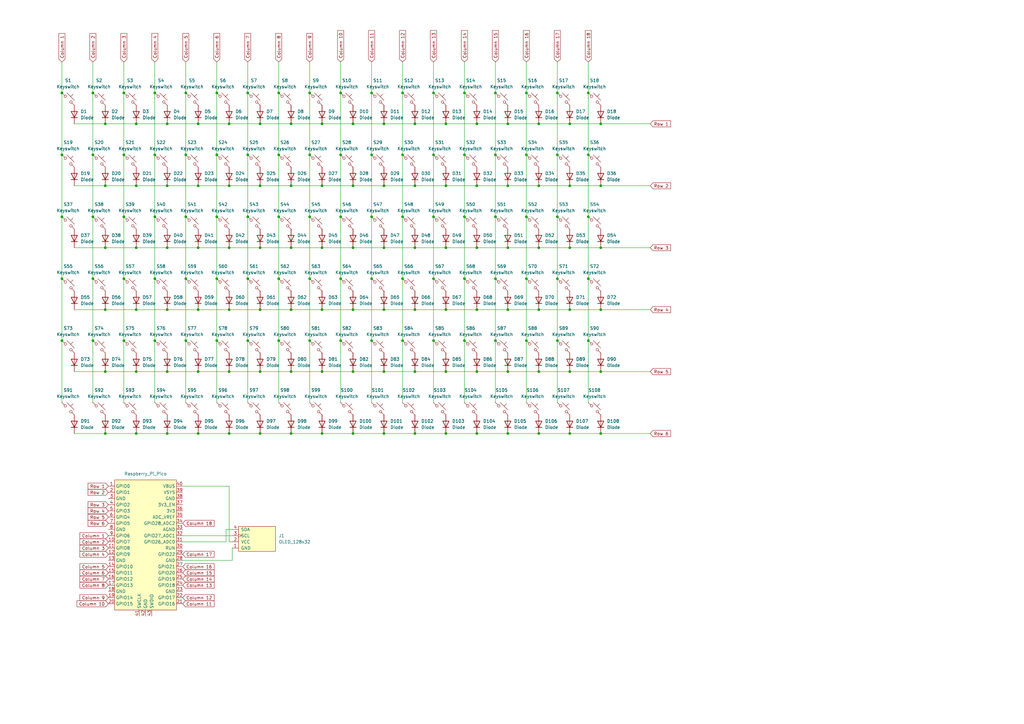
<source format=kicad_sch>
(kicad_sch (version 20231120) (generator "eeschema") (generator_version "8.0")
  (paper "A3")
  (junction (at 203.2 114.3))
  (junction (at 139.7 38.1))
  (junction (at 233.68 127))
  (junction (at 88.9 139.7))
  (junction (at 182.88 177.8))
  (junction (at 157.48 50.8))
  (junction (at 106.68 76.2))
  (junction (at 241.3 63.5))
  (junction (at 165.1 38.1))
  (junction (at 220.98 101.6))
  (junction (at 101.6 63.5))
  (junction (at 119.38 101.6))
  (junction (at 43.18 76.2))
  (junction (at 246.38 177.8))
  (junction (at 93.98 76.2))
  (junction (at 190.5 114.3))
  (junction (at 220.98 177.8))
  (junction (at 63.5 114.3))
  (junction (at 55.88 127))
  (junction (at 182.88 101.6))
  (junction (at 233.68 50.8))
  (junction (at 233.68 101.6))
  (junction (at 177.8 114.3))
  (junction (at 127 88.9))
  (junction (at 43.18 152.4))
  (junction (at 101.6 114.3))
  (junction (at 203.2 88.9))
  (junction (at 43.18 50.8))
  (junction (at 177.8 88.9))
  (junction (at 195.58 101.6))
  (junction (at 195.58 152.4))
  (junction (at 241.3 38.1))
  (junction (at 208.28 177.8))
  (junction (at 157.48 76.2))
  (junction (at 55.88 177.8))
  (junction (at 55.88 76.2))
  (junction (at 76.2 114.3))
  (junction (at 76.2 88.9))
  (junction (at 114.3 38.1))
  (junction (at 127 38.1))
  (junction (at 241.3 114.3))
  (junction (at 152.4 38.1))
  (junction (at 144.78 152.4))
  (junction (at 93.98 50.8))
  (junction (at 55.88 101.6))
  (junction (at 170.18 50.8))
  (junction (at 233.68 177.8))
  (junction (at 157.48 152.4))
  (junction (at 132.08 152.4))
  (junction (at 144.78 177.8))
  (junction (at 170.18 101.6))
  (junction (at 106.68 50.8))
  (junction (at 93.98 177.8))
  (junction (at 195.58 177.8))
  (junction (at 106.68 152.4))
  (junction (at 119.38 50.8))
  (junction (at 63.5 63.5))
  (junction (at 190.5 63.5))
  (junction (at 81.28 177.8))
  (junction (at 63.5 139.7))
  (junction (at 177.8 139.7))
  (junction (at 127 139.7))
  (junction (at 241.3 139.7))
  (junction (at 101.6 88.9))
  (junction (at 190.5 38.1))
  (junction (at 76.2 139.7))
  (junction (at 182.88 127))
  (junction (at 190.5 88.9))
  (junction (at 157.48 127))
  (junction (at 177.8 63.5))
  (junction (at 88.9 88.9))
  (junction (at 88.9 63.5))
  (junction (at 208.28 76.2))
  (junction (at 76.2 38.1))
  (junction (at 132.08 76.2))
  (junction (at 93.98 127))
  (junction (at 165.1 88.9))
  (junction (at 25.4 63.5))
  (junction (at 50.8 38.1))
  (junction (at 38.1 88.9))
  (junction (at 165.1 63.5))
  (junction (at 68.58 177.8))
  (junction (at 101.6 38.1))
  (junction (at 246.38 152.4))
  (junction (at 208.28 50.8))
  (junction (at 190.5 139.7))
  (junction (at 215.9 139.7))
  (junction (at 195.58 76.2))
  (junction (at 165.1 139.7))
  (junction (at 144.78 76.2))
  (junction (at 63.5 38.1))
  (junction (at 241.3 88.9))
  (junction (at 119.38 177.8))
  (junction (at 228.6 114.3))
  (junction (at 170.18 152.4))
  (junction (at 228.6 38.1))
  (junction (at 127 114.3))
  (junction (at 139.7 114.3))
  (junction (at 144.78 50.8))
  (junction (at 208.28 101.6))
  (junction (at 157.48 177.8))
  (junction (at 114.3 63.5))
  (junction (at 139.7 139.7))
  (junction (at 38.1 63.5))
  (junction (at 208.28 127))
  (junction (at 220.98 127))
  (junction (at 246.38 101.6))
  (junction (at 88.9 114.3))
  (junction (at 132.08 101.6))
  (junction (at 25.4 38.1))
  (junction (at 144.78 127))
  (junction (at 38.1 38.1))
  (junction (at 50.8 88.9))
  (junction (at 55.88 50.8))
  (junction (at 25.4 88.9))
  (junction (at 215.9 38.1))
  (junction (at 203.2 63.5))
  (junction (at 88.9 38.1))
  (junction (at 101.6 139.7))
  (junction (at 228.6 63.5))
  (junction (at 144.78 101.6))
  (junction (at 246.38 76.2))
  (junction (at 170.18 76.2))
  (junction (at 220.98 50.8))
  (junction (at 68.58 76.2))
  (junction (at 203.2 139.7))
  (junction (at 208.28 152.4))
  (junction (at 38.1 114.3))
  (junction (at 132.08 50.8))
  (junction (at 93.98 152.4))
  (junction (at 63.5 88.9))
  (junction (at 215.9 114.3))
  (junction (at 68.58 50.8))
  (junction (at 139.7 88.9))
  (junction (at 182.88 50.8))
  (junction (at 25.4 139.7))
  (junction (at 220.98 152.4))
  (junction (at 93.98 101.6))
  (junction (at 43.18 177.8))
  (junction (at 152.4 88.9))
  (junction (at 119.38 76.2))
  (junction (at 81.28 152.4))
  (junction (at 152.4 63.5))
  (junction (at 215.9 63.5))
  (junction (at 68.58 152.4))
  (junction (at 68.58 101.6))
  (junction (at 170.18 177.8))
  (junction (at 114.3 88.9))
  (junction (at 81.28 50.8))
  (junction (at 182.88 76.2))
  (junction (at 228.6 139.7))
  (junction (at 114.3 139.7))
  (junction (at 119.38 152.4))
  (junction (at 43.18 101.6))
  (junction (at 50.8 114.3))
  (junction (at 152.4 139.7))
  (junction (at 195.58 50.8))
  (junction (at 68.58 127))
  (junction (at 114.3 114.3))
  (junction (at 215.9 88.9))
  (junction (at 76.2 63.5))
  (junction (at 132.08 127))
  (junction (at 228.6 88.9))
  (junction (at 81.28 76.2))
  (junction (at 106.68 101.6))
  (junction (at 81.28 127))
  (junction (at 182.88 152.4))
  (junction (at 220.98 76.2))
  (junction (at 170.18 127))
  (junction (at 55.88 152.4))
  (junction (at 246.38 127))
  (junction (at 43.18 127))
  (junction (at 106.68 127))
  (junction (at 81.28 101.6))
  (junction (at 165.1 114.3))
  (junction (at 139.7 63.5))
  (junction (at 246.38 50.8))
  (junction (at 233.68 76.2))
  (junction (at 177.8 38.1))
  (junction (at 132.08 177.8))
  (junction (at 233.68 152.4))
  (junction (at 157.48 101.6))
  (junction (at 127 63.5))
  (junction (at 203.2 38.1))
  (junction (at 50.8 63.5))
  (junction (at 152.4 114.3))
  (junction (at 38.1 139.7))
  (junction (at 106.68 177.8))
  (junction (at 25.4 114.3))
  (junction (at 119.38 127))
  (junction (at 50.8 139.7))
  (junction (at 195.58 127))
  (wire (pts (xy 152.4 38.1) (xy 152.4 63.5)))
  (wire (pts (xy 38.1 88.9) (xy 38.1 114.3)))
  (wire (pts (xy 127 63.5) (xy 127 88.9)))
  (wire (pts (xy 106.68 127) (xy 119.38 127)))
  (wire (pts (xy 182.88 177.8) (xy 195.58 177.8)))
  (wire (pts (xy 165.1 114.3) (xy 165.1 139.7)))
  (wire (pts (xy 68.58 101.6) (xy 81.28 101.6)))
  (wire (pts (xy 81.28 152.4) (xy 93.98 152.4)))
  (wire (pts (xy 74.93 219.71) (xy 95.25 219.71)))
  (wire (pts (xy 92.71 222.25) (xy 92.71 217.17)))
  (wire (pts (xy 139.7 63.5) (xy 139.7 88.9)))
  (wire (pts (xy 63.5 63.5) (xy 63.5 88.9)))
  (wire (pts (xy 157.48 152.4) (xy 170.18 152.4)))
  (wire (pts (xy 101.6 139.7) (xy 101.6 165.1)))
  (wire (pts (xy 139.7 139.7) (xy 139.7 165.1)))
  (wire (pts (xy 220.98 50.8) (xy 233.68 50.8)))
  (wire (pts (xy 177.8 63.5) (xy 177.8 88.9)))
  (wire (pts (xy 246.38 101.6) (xy 266.7 101.6)))
  (wire (pts (xy 233.68 127) (xy 246.38 127)))
  (wire (pts (xy 132.08 101.6) (xy 144.78 101.6)))
  (wire (pts (xy 106.68 152.4) (xy 119.38 152.4)))
  (wire (pts (xy 106.68 76.2) (xy 119.38 76.2)))
  (wire (pts (xy 43.18 76.2) (xy 55.88 76.2)))
  (wire (pts (xy 38.1 38.1) (xy 38.1 63.5)))
  (wire (pts (xy 127 38.1) (xy 127 63.5)))
  (wire (pts (xy 114.3 139.7) (xy 114.3 165.1)))
  (wire (pts (xy 76.2 63.5) (xy 76.2 88.9)))
  (wire (pts (xy 228.6 139.7) (xy 228.6 165.1)))
  (wire (pts (xy 68.58 50.8) (xy 81.28 50.8)))
  (wire (pts (xy 195.58 127) (xy 208.28 127)))
  (wire (pts (xy 63.5 38.1) (xy 63.5 63.5)))
  (wire (pts (xy 81.28 101.6) (xy 93.98 101.6)))
  (wire (pts (xy 81.28 76.2) (xy 93.98 76.2)))
  (wire (pts (xy 92.71 217.17) (xy 95.25 217.17)))
  (wire (pts (xy 114.3 25.4) (xy 114.3 38.1)))
  (wire (pts (xy 241.3 38.1) (xy 241.3 63.5)))
  (wire (pts (xy 170.18 50.8) (xy 182.88 50.8)))
  (wire (pts (xy 182.88 50.8) (xy 195.58 50.8)))
  (wire (pts (xy 127 114.3) (xy 127 139.7)))
  (wire (pts (xy 76.2 38.1) (xy 76.2 63.5)))
  (wire (pts (xy 43.18 50.8) (xy 55.88 50.8)))
  (wire (pts (xy 177.8 139.7) (xy 177.8 165.1)))
  (wire (pts (xy 144.78 76.2) (xy 157.48 76.2)))
  (wire (pts (xy 93.98 222.25) (xy 95.25 222.25)))
  (wire (pts (xy 25.4 63.5) (xy 25.4 88.9)))
  (wire (pts (xy 106.68 101.6) (xy 119.38 101.6)))
  (wire (pts (xy 139.7 114.3) (xy 139.7 139.7)))
  (wire (pts (xy 93.98 127) (xy 106.68 127)))
  (wire (pts (xy 119.38 177.8) (xy 132.08 177.8)))
  (wire (pts (xy 233.68 50.8) (xy 246.38 50.8)))
  (wire (pts (xy 132.08 152.4) (xy 144.78 152.4)))
  (wire (pts (xy 101.6 114.3) (xy 101.6 139.7)))
  (wire (pts (xy 165.1 63.5) (xy 165.1 88.9)))
  (wire (pts (xy 177.8 38.1) (xy 177.8 63.5)))
  (wire (pts (xy 50.8 25.4) (xy 50.8 38.1)))
  (wire (pts (xy 106.68 177.8) (xy 119.38 177.8)))
  (wire (pts (xy 101.6 38.1) (xy 101.6 63.5)))
  (wire (pts (xy 119.38 76.2) (xy 132.08 76.2)))
  (wire (pts (xy 25.4 25.4) (xy 25.4 38.1)))
  (wire (pts (xy 50.8 139.7) (xy 50.8 165.1)))
  (wire (pts (xy 203.2 25.4) (xy 203.2 38.1)))
  (wire (pts (xy 38.1 114.3) (xy 38.1 139.7)))
  (wire (pts (xy 241.3 114.3) (xy 241.3 139.7)))
  (wire (pts (xy 63.5 114.3) (xy 63.5 139.7)))
  (wire (pts (xy 74.93 229.87) (xy 95.25 229.87)))
  (wire (pts (xy 241.3 25.4) (xy 241.3 38.1)))
  (wire (pts (xy 101.6 63.5) (xy 101.6 88.9)))
  (wire (pts (xy 25.4 88.9) (xy 25.4 114.3)))
  (wire (pts (xy 76.2 88.9) (xy 76.2 114.3)))
  (wire (pts (xy 177.8 88.9) (xy 177.8 114.3)))
  (wire (pts (xy 246.38 177.8) (xy 266.7 177.8)))
  (wire (pts (xy 88.9 88.9) (xy 88.9 114.3)))
  (wire (pts (xy 182.88 101.6) (xy 195.58 101.6)))
  (wire (pts (xy 68.58 76.2) (xy 81.28 76.2)))
  (wire (pts (xy 190.5 139.7) (xy 190.5 165.1)))
  (wire (pts (xy 93.98 76.2) (xy 106.68 76.2)))
  (wire (pts (xy 88.9 25.4) (xy 88.9 38.1)))
  (wire (pts (xy 127 25.4) (xy 127 38.1)))
  (wire (pts (xy 88.9 38.1) (xy 88.9 63.5)))
  (wire (pts (xy 220.98 152.4) (xy 233.68 152.4)))
  (wire (pts (xy 165.1 25.4) (xy 165.1 38.1)))
  (wire (pts (xy 30.48 127) (xy 43.18 127)))
  (wire (pts (xy 233.68 152.4) (xy 246.38 152.4)))
  (wire (pts (xy 165.1 139.7) (xy 165.1 165.1)))
  (wire (pts (xy 203.2 63.5) (xy 203.2 88.9)))
  (wire (pts (xy 190.5 88.9) (xy 190.5 114.3)))
  (wire (pts (xy 208.28 152.4) (xy 220.98 152.4)))
  (wire (pts (xy 76.2 25.4) (xy 76.2 38.1)))
  (wire (pts (xy 132.08 76.2) (xy 144.78 76.2)))
  (wire (pts (xy 170.18 76.2) (xy 182.88 76.2)))
  (wire (pts (xy 139.7 25.4) (xy 139.7 38.1)))
  (wire (pts (xy 25.4 114.3) (xy 25.4 139.7)))
  (wire (pts (xy 114.3 38.1) (xy 114.3 63.5)))
  (wire (pts (xy 246.38 127) (xy 266.7 127)))
  (wire (pts (xy 132.08 127) (xy 144.78 127)))
  (wire (pts (xy 203.2 114.3) (xy 203.2 139.7)))
  (wire (pts (xy 114.3 88.9) (xy 114.3 114.3)))
  (wire (pts (xy 81.28 50.8) (xy 93.98 50.8)))
  (wire (pts (xy 215.9 139.7) (xy 215.9 165.1)))
  (wire (pts (xy 43.18 127) (xy 55.88 127)))
  (wire (pts (xy 241.3 88.9) (xy 241.3 114.3)))
  (wire (pts (xy 170.18 152.4) (xy 182.88 152.4)))
  (wire (pts (xy 190.5 25.4) (xy 190.5 38.1)))
  (wire (pts (xy 63.5 25.4) (xy 63.5 38.1)))
  (wire (pts (xy 76.2 114.3) (xy 76.2 139.7)))
  (wire (pts (xy 208.28 101.6) (xy 220.98 101.6)))
  (wire (pts (xy 114.3 63.5) (xy 114.3 88.9)))
  (wire (pts (xy 93.98 199.39) (xy 93.98 222.25)))
  (wire (pts (xy 93.98 50.8) (xy 106.68 50.8)))
  (wire (pts (xy 55.88 101.6) (xy 68.58 101.6)))
  (wire (pts (xy 38.1 139.7) (xy 38.1 165.1)))
  (wire (pts (xy 203.2 139.7) (xy 203.2 165.1)))
  (wire (pts (xy 215.9 63.5) (xy 215.9 88.9)))
  (wire (pts (xy 220.98 76.2) (xy 233.68 76.2)))
  (wire (pts (xy 152.4 88.9) (xy 152.4 114.3)))
  (wire (pts (xy 93.98 177.8) (xy 106.68 177.8)))
  (wire (pts (xy 81.28 177.8) (xy 93.98 177.8)))
  (wire (pts (xy 114.3 114.3) (xy 114.3 139.7)))
  (wire (pts (xy 144.78 177.8) (xy 157.48 177.8)))
  (wire (pts (xy 246.38 76.2) (xy 266.7 76.2)))
  (wire (pts (xy 43.18 177.8) (xy 55.88 177.8)))
  (wire (pts (xy 228.6 25.4) (xy 228.6 38.1)))
  (wire (pts (xy 68.58 127) (xy 81.28 127)))
  (wire (pts (xy 170.18 177.8) (xy 182.88 177.8)))
  (wire (pts (xy 132.08 177.8) (xy 144.78 177.8)))
  (wire (pts (xy 139.7 88.9) (xy 139.7 114.3)))
  (wire (pts (xy 228.6 114.3) (xy 228.6 139.7)))
  (wire (pts (xy 127 88.9) (xy 127 114.3)))
  (wire (pts (xy 55.88 127) (xy 68.58 127)))
  (wire (pts (xy 88.9 63.5) (xy 88.9 88.9)))
  (wire (pts (xy 203.2 38.1) (xy 203.2 63.5)))
  (wire (pts (xy 68.58 177.8) (xy 81.28 177.8)))
  (wire (pts (xy 119.38 152.4) (xy 132.08 152.4)))
  (wire (pts (xy 132.08 50.8) (xy 144.78 50.8)))
  (wire (pts (xy 157.48 50.8) (xy 170.18 50.8)))
  (wire (pts (xy 74.93 222.25) (xy 92.71 222.25)))
  (wire (pts (xy 215.9 38.1) (xy 215.9 63.5)))
  (wire (pts (xy 170.18 101.6) (xy 182.88 101.6)))
  (wire (pts (xy 43.18 152.4) (xy 55.88 152.4)))
  (wire (pts (xy 208.28 127) (xy 220.98 127)))
  (wire (pts (xy 246.38 50.8) (xy 266.7 50.8)))
  (wire (pts (xy 63.5 139.7) (xy 63.5 165.1)))
  (wire (pts (xy 233.68 101.6) (xy 246.38 101.6)))
  (wire (pts (xy 30.48 152.4) (xy 43.18 152.4)))
  (wire (pts (xy 63.5 88.9) (xy 63.5 114.3)))
  (wire (pts (xy 25.4 139.7) (xy 25.4 165.1)))
  (wire (pts (xy 30.48 50.8) (xy 43.18 50.8)))
  (wire (pts (xy 30.48 101.6) (xy 43.18 101.6)))
  (wire (pts (xy 55.88 177.8) (xy 68.58 177.8)))
  (wire (pts (xy 190.5 114.3) (xy 190.5 139.7)))
  (wire (pts (xy 246.38 152.4) (xy 266.7 152.4)))
  (wire (pts (xy 152.4 114.3) (xy 152.4 139.7)))
  (wire (pts (xy 208.28 177.8) (xy 220.98 177.8)))
  (wire (pts (xy 50.8 63.5) (xy 50.8 88.9)))
  (wire (pts (xy 95.25 229.87) (xy 95.25 224.79)))
  (wire (pts (xy 165.1 88.9) (xy 165.1 114.3)))
  (wire (pts (xy 215.9 25.4) (xy 215.9 38.1)))
  (wire (pts (xy 170.18 127) (xy 182.88 127)))
  (wire (pts (xy 106.68 50.8) (xy 119.38 50.8)))
  (wire (pts (xy 119.38 50.8) (xy 132.08 50.8)))
  (wire (pts (xy 50.8 114.3) (xy 50.8 139.7)))
  (wire (pts (xy 195.58 177.8) (xy 208.28 177.8)))
  (wire (pts (xy 220.98 127) (xy 233.68 127)))
  (wire (pts (xy 195.58 76.2) (xy 208.28 76.2)))
  (wire (pts (xy 30.48 76.2) (xy 43.18 76.2)))
  (wire (pts (xy 144.78 127) (xy 157.48 127)))
  (wire (pts (xy 101.6 88.9) (xy 101.6 114.3)))
  (wire (pts (xy 139.7 38.1) (xy 139.7 63.5)))
  (wire (pts (xy 233.68 76.2) (xy 246.38 76.2)))
  (wire (pts (xy 220.98 177.8) (xy 233.68 177.8)))
  (wire (pts (xy 144.78 50.8) (xy 157.48 50.8)))
  (wire (pts (xy 93.98 152.4) (xy 106.68 152.4)))
  (wire (pts (xy 182.88 127) (xy 195.58 127)))
  (wire (pts (xy 177.8 25.4) (xy 177.8 38.1)))
  (wire (pts (xy 38.1 63.5) (xy 38.1 88.9)))
  (wire (pts (xy 30.48 177.8) (xy 43.18 177.8)))
  (wire (pts (xy 233.68 177.8) (xy 246.38 177.8)))
  (wire (pts (xy 152.4 139.7) (xy 152.4 165.1)))
  (wire (pts (xy 228.6 88.9) (xy 228.6 114.3)))
  (wire (pts (xy 228.6 63.5) (xy 228.6 88.9)))
  (wire (pts (xy 228.6 38.1) (xy 228.6 63.5)))
  (wire (pts (xy 157.48 177.8) (xy 170.18 177.8)))
  (wire (pts (xy 50.8 38.1) (xy 50.8 63.5)))
  (wire (pts (xy 68.58 152.4) (xy 81.28 152.4)))
  (wire (pts (xy 101.6 25.4) (xy 101.6 38.1)))
  (wire (pts (xy 157.48 76.2) (xy 170.18 76.2)))
  (wire (pts (xy 215.9 88.9) (xy 215.9 114.3)))
  (wire (pts (xy 157.48 127) (xy 170.18 127)))
  (wire (pts (xy 190.5 63.5) (xy 190.5 88.9)))
  (wire (pts (xy 152.4 25.4) (xy 152.4 38.1)))
  (wire (pts (xy 38.1 25.4) (xy 38.1 38.1)))
  (wire (pts (xy 157.48 101.6) (xy 170.18 101.6)))
  (wire (pts (xy 208.28 76.2) (xy 220.98 76.2)))
  (wire (pts (xy 208.28 50.8) (xy 220.98 50.8)))
  (wire (pts (xy 215.9 114.3) (xy 215.9 139.7)))
  (wire (pts (xy 88.9 139.7) (xy 88.9 165.1)))
  (wire (pts (xy 144.78 152.4) (xy 157.48 152.4)))
  (wire (pts (xy 190.5 38.1) (xy 190.5 63.5)))
  (wire (pts (xy 182.88 76.2) (xy 195.58 76.2)))
  (wire (pts (xy 55.88 50.8) (xy 68.58 50.8)))
  (wire (pts (xy 144.78 101.6) (xy 157.48 101.6)))
  (wire (pts (xy 195.58 152.4) (xy 208.28 152.4)))
  (wire (pts (xy 177.8 114.3) (xy 177.8 139.7)))
  (wire (pts (xy 119.38 127) (xy 132.08 127)))
  (wire (pts (xy 88.9 114.3) (xy 88.9 139.7)))
  (wire (pts (xy 241.3 63.5) (xy 241.3 88.9)))
  (wire (pts (xy 195.58 101.6) (xy 208.28 101.6)))
  (wire (pts (xy 50.8 88.9) (xy 50.8 114.3)))
  (wire (pts (xy 182.88 152.4) (xy 195.58 152.4)))
  (wire (pts (xy 165.1 38.1) (xy 165.1 63.5)))
  (wire (pts (xy 76.2 139.7) (xy 76.2 165.1)))
  (wire (pts (xy 81.28 127) (xy 93.98 127)))
  (wire (pts (xy 25.4 38.1) (xy 25.4 63.5)))
  (wire (pts (xy 195.58 50.8) (xy 208.28 50.8)))
  (wire (pts (xy 220.98 101.6) (xy 233.68 101.6)))
  (wire (pts (xy 127 139.7) (xy 127 165.1)))
  (wire (pts (xy 203.2 88.9) (xy 203.2 114.3)))
  (wire (pts (xy 93.98 101.6) (xy 106.68 101.6)))
  (wire (pts (xy 55.88 152.4) (xy 68.58 152.4)))
  (wire (pts (xy 152.4 63.5) (xy 152.4 88.9)))
  (wire (pts (xy 74.93 199.39) (xy 93.98 199.39)))
  (wire (pts (xy 55.88 76.2) (xy 68.58 76.2)))
  (wire (pts (xy 241.3 139.7) (xy 241.3 165.1)))
  (wire (pts (xy 43.18 101.6) (xy 55.88 101.6)))
  (wire (pts (xy 119.38 101.6) (xy 132.08 101.6)))
  (global_label "Column 14" (shape input) (at 190.5 25.4 90) (property "Intersheetrefs" "${INTERSHEET_REFS}" (effects (hide yes))))
  (global_label "Row 1" (shape input) (at 44.45 199.39 180) (property "Intersheetrefs" "${INTERSHEET_REFS}" (effects (hide yes))))
  (global_label "Row 4" (shape input) (at 44.45 209.55 180) (property "Intersheetrefs" "${INTERSHEET_REFS}" (effects (hide yes))))
  (global_label "Column 6" (shape input) (at 88.9 25.4 90) (property "Intersheetrefs" "${INTERSHEET_REFS}" (effects (hide yes))))
  (global_label "Row 5" (shape input) (at 266.7 152.4 0) (property "Intersheetrefs" "${INTERSHEET_REFS}" (effects (hide yes))))
  (global_label "Row 5" (shape input) (at 44.45 212.09 180) (property "Intersheetrefs" "${INTERSHEET_REFS}" (effects (hide yes))))
  (global_label "Column 15" (shape input) (at 203.2 25.4 90) (property "Intersheetrefs" "${INTERSHEET_REFS}" (effects (hide yes))))
  (global_label "Row 3" (shape input) (at 44.45 207.01 180) (property "Intersheetrefs" "${INTERSHEET_REFS}" (effects (hide yes))))
  (global_label "Row 1" (shape input) (at 266.7 50.8 0) (property "Intersheetrefs" "${INTERSHEET_REFS}" (effects (hide yes))))
  (global_label "Column 5" (shape input) (at 76.2 25.4 90) (property "Intersheetrefs" "${INTERSHEET_REFS}" (effects (hide yes))))
  (global_label "Column 9" (shape input) (at 44.45 245.11 180) (property "Intersheetrefs" "${INTERSHEET_REFS}" (effects (hide yes))))
  (global_label "Column 16" (shape input) (at 215.9 25.4 90) (property "Intersheetrefs" "${INTERSHEET_REFS}" (effects (hide yes))))
  (global_label "Column 4" (shape input) (at 44.45 227.33 180) (property "Intersheetrefs" "${INTERSHEET_REFS}" (effects (hide yes))))
  (global_label "Column 7" (shape input) (at 44.45 237.49 180) (property "Intersheetrefs" "${INTERSHEET_REFS}" (effects (hide yes))))
  (global_label "Column 16" (shape input) (at 74.93 232.41 0) (property "Intersheetrefs" "${INTERSHEET_REFS}" (effects (hide yes))))
  (global_label "Column 2" (shape input) (at 44.45 222.25 180) (property "Intersheetrefs" "${INTERSHEET_REFS}" (effects (hide yes))))
  (global_label "Column 13" (shape input) (at 74.93 240.03 0) (property "Intersheetrefs" "${INTERSHEET_REFS}" (effects (hide yes))))
  (global_label "Column 8" (shape input) (at 44.45 240.03 180) (property "Intersheetrefs" "${INTERSHEET_REFS}" (effects (hide yes))))
  (global_label "Column 3" (shape input) (at 44.45 224.79 180) (property "Intersheetrefs" "${INTERSHEET_REFS}" (effects (hide yes))))
  (global_label "Column 18" (shape input) (at 74.93 214.63 0) (property "Intersheetrefs" "${INTERSHEET_REFS}" (effects (hide yes))))
  (global_label "Column 13" (shape input) (at 177.8 25.4 90) (property "Intersheetrefs" "${INTERSHEET_REFS}" (effects (hide yes))))
  (global_label "Row 3" (shape input) (at 266.7 101.6 0) (property "Intersheetrefs" "${INTERSHEET_REFS}" (effects (hide yes))))
  (global_label "Column 4" (shape input) (at 63.5 25.4 90) (property "Intersheetrefs" "${INTERSHEET_REFS}" (effects (hide yes))))
  (global_label "Row 6" (shape input) (at 266.7 177.8 0) (property "Intersheetrefs" "${INTERSHEET_REFS}" (effects (hide yes))))
  (global_label "Column 9" (shape input) (at 127 25.4 90) (property "Intersheetrefs" "${INTERSHEET_REFS}" (effects (hide yes))))
  (global_label "Column 18" (shape input) (at 241.3 25.4 90) (property "Intersheetrefs" "${INTERSHEET_REFS}" (effects (hide yes))))
  (global_label "Row 4" (shape input) (at 266.7 127 0) (property "Intersheetrefs" "${INTERSHEET_REFS}" (effects (hide yes))))
  (global_label "Column 11" (shape input) (at 74.93 247.65 0) (property "Intersheetrefs" "${INTERSHEET_REFS}" (effects (hide yes))))
  (global_label "Column 12" (shape input) (at 74.93 245.11 0) (property "Intersheetrefs" "${INTERSHEET_REFS}" (effects (hide yes))))
  (global_label "Column 12" (shape input) (at 165.1 25.4 90) (property "Intersheetrefs" "${INTERSHEET_REFS}" (effects (hide yes))))
  (global_label "Column 8" (shape input) (at 114.3 25.4 90) (property "Intersheetrefs" "${INTERSHEET_REFS}" (effects (hide yes))))
  (global_label "Column 10" (shape input) (at 44.45 247.65 180) (property "Intersheetrefs" "${INTERSHEET_REFS}" (effects (hide yes))))
  (global_label "Column 5" (shape input) (at 44.45 232.41 180) (property "Intersheetrefs" "${INTERSHEET_REFS}" (effects (hide yes))))
  (global_label "Column 6" (shape input) (at 44.45 234.95 180) (property "Intersheetrefs" "${INTERSHEET_REFS}" (effects (hide yes))))
  (global_label "Row 2" (shape input) (at 266.7 76.2 0) (property "Intersheetrefs" "${INTERSHEET_REFS}" (effects (hide yes))))
  (global_label "Column 2" (shape input) (at 38.1 25.4 90) (property "Intersheetrefs" "${INTERSHEET_REFS}" (effects (hide yes))))
  (global_label "Column 17" (shape input) (at 228.6 25.4 90) (property "Intersheetrefs" "${INTERSHEET_REFS}" (effects (hide yes))))
  (global_label "Column 7" (shape input) (at 101.6 25.4 90) (property "Intersheetrefs" "${INTERSHEET_REFS}" (effects (hide yes))))
  (global_label "Column 11" (shape input) (at 152.4 25.4 90) (property "Intersheetrefs" "${INTERSHEET_REFS}" (effects (hide yes))))
  (global_label "Row 6" (shape input) (at 44.45 214.63 180) (property "Intersheetrefs" "${INTERSHEET_REFS}" (effects (hide yes))))
  (global_label "Column 15" (shape input) (at 74.93 234.95 0) (property "Intersheetrefs" "${INTERSHEET_REFS}" (effects (hide yes))))
  (global_label "Column 1" (shape input) (at 44.45 219.71 180) (property "Intersheetrefs" "${INTERSHEET_REFS}" (effects (hide yes))))
  (global_label "Column 1" (shape input) (at 25.4 25.4 90) (property "Intersheetrefs" "${INTERSHEET_REFS}" (effects (hide yes))))
  (global_label "Column 10" (shape input) (at 139.7 25.4 90) (property "Intersheetrefs" "${INTERSHEET_REFS}" (effects (hide yes))))
  (global_label "Column 17" (shape input) (at 74.93 227.33 0) (property "Intersheetrefs" "${INTERSHEET_REFS}" (effects (hide yes))))
  (global_label "Row 2" (shape input) (at 44.45 201.93 180) (property "Intersheetrefs" "${INTERSHEET_REFS}" (effects (hide yes))))
  (global_label "Column 3" (shape input) (at 50.8 25.4 90) (property "Intersheetrefs" "${INTERSHEET_REFS}" (effects (hide yes))))
  (global_label "Column 14" (shape input) (at 74.93 237.49 0) (property "Intersheetrefs" "${INTERSHEET_REFS}" (effects (hide yes))))
  (symbol (lib_id "ScottoKeebs:Placeholder_Diode") (at 157.48 148.59 90) (unit 1)
    (property "Reference" "D83" (at 160.02 147.3199 90) (effects (justify right)))
    (property "Value" "Diode" (at 160.02 149.8599 90) (effects (justify right)))
    (property "Footprint" "ScottoKeebs_Components:Diode_DO-35" (effects (hide yes)))
    (property "Description" "1N4148 (DO-35) or 1N4148W (SOD-123)" (effects (hide yes)))
    (property "Sim.Device" "D" (effects (hide yes)))
    (property "Sim.Pins" "1=K 2=A" (effects (hide yes)))
  )
  (symbol (lib_id "ScottoKeebs:Placeholder_Diode") (at 144.78 148.59 90) (unit 1)
    (property "Reference" "D82" (at 147.32 147.3199 90) (effects (justify right)))
    (property "Value" "Diode" (at 147.32 149.8599 90) (effects (justify right)))
    (property "Footprint" "ScottoKeebs_Components:Diode_DO-35" (effects (hide yes)))
    (property "Description" "1N4148 (DO-35) or 1N4148W (SOD-123)" (effects (hide yes)))
    (property "Sim.Device" "D" (effects (hide yes)))
    (property "Sim.Pins" "1=K 2=A" (effects (hide yes)))
  )
  (symbol (lib_id "ScottoKeebs:Placeholder_Diode") (at 30.48 148.59 90) (unit 1)
    (property "Reference" "D73" (at 33.02 147.3199 90) (effects (justify right)))
    (property "Value" "Diode" (at 33.02 149.8599 90) (effects (justify right)))
    (property "Footprint" "ScottoKeebs_Components:Diode_DO-35" (effects (hide yes)))
    (property "Description" "1N4148 (DO-35) or 1N4148W (SOD-123)" (effects (hide yes)))
    (property "Sim.Device" "D" (effects (hide yes)))
    (property "Sim.Pins" "1=K 2=A" (effects (hide yes)))
  )
  (symbol (lib_id "ScottoKeebs:Placeholder_Diode") (at 246.38 123.19 90) (unit 1)
    (property "Reference" "D72" (at 248.92 121.9199 90) (effects (justify right)))
    (property "Value" "Diode" (at 248.92 124.4599 90) (effects (justify right)))
    (property "Footprint" "ScottoKeebs_Components:Diode_DO-35" (effects (hide yes)))
    (property "Description" "1N4148 (DO-35) or 1N4148W (SOD-123)" (effects (hide yes)))
    (property "Sim.Device" "D" (effects (hide yes)))
    (property "Sim.Pins" "1=K 2=A" (effects (hide yes)))
  )
  (symbol (lib_id "ScottoKeebs:Placeholder_Keyswitch") (at 180.34 91.44 0) (unit 1)
    (property "Reference" "S49" (at 180.34 83.82 0))
    (property "Value" "Keyswitch" (at 180.34 86.36 0))
    (property "Footprint" "ScottoKeebs_MX:MX_PCB_1.00u" (effects (hide yes)))
    (property "Description" "Push button switch, normally open, two pins, 45° tilted" (effects (hide yes)))
  )
  (symbol (lib_id "ScottoKeebs:Placeholder_Diode") (at 220.98 97.79 90) (unit 1)
    (property "Reference" "D52" (at 223.52 96.5199 90) (effects (justify right)))
    (property "Value" "Diode" (at 223.52 99.0599 90) (effects (justify right)))
    (property "Footprint" "ScottoKeebs_Components:Diode_DO-35" (effects (hide yes)))
    (property "Description" "1N4148 (DO-35) or 1N4148W (SOD-123)" (effects (hide yes)))
    (property "Sim.Device" "D" (effects (hide yes)))
    (property "Sim.Pins" "1=K 2=A" (effects (hide yes)))
  )
  (symbol (lib_id "ScottoKeebs:Placeholder_Keyswitch") (at 53.34 91.44 0) (unit 1)
    (property "Reference" "S39" (at 53.34 83.82 0))
    (property "Value" "Keyswitch" (at 53.34 86.36 0))
    (property "Footprint" "ScottoKeebs_MX:MX_PCB_1.00u" (effects (hide yes)))
    (property "Description" "Push button switch, normally open, two pins, 45° tilted" (effects (hide yes)))
  )
  (symbol (lib_id "ScottoKeebs:Placeholder_Diode") (at 220.98 46.99 90) (unit 1)
    (property "Reference" "D16" (at 223.52 45.7199 90) (effects (justify right)))
    (property "Value" "Diode" (at 223.52 48.2599 90) (effects (justify right)))
    (property "Footprint" "ScottoKeebs_Components:Diode_DO-35" (effects (hide yes)))
    (property "Description" "1N4148 (DO-35) or 1N4148W (SOD-123)" (effects (hide yes)))
    (property "Sim.Device" "D" (effects (hide yes)))
    (property "Sim.Pins" "1=K 2=A" (effects (hide yes)))
  )
  (symbol (lib_id "ScottoKeebs:Placeholder_Keyswitch") (at 231.14 116.84 0) (unit 1)
    (property "Reference" "S71" (at 231.14 109.22 0))
    (property "Value" "Keyswitch" (at 231.14 111.76 0))
    (property "Footprint" "ScottoKeebs_MX:MX_PCB_1.00u" (effects (hide yes)))
    (property "Description" "Push button switch, normally open, two pins, 45° tilted" (effects (hide yes)))
  )
  (symbol (lib_id "ScottoKeebs:Placeholder_Keyswitch") (at 218.44 142.24 0) (unit 1)
    (property "Reference" "S88" (at 218.44 134.62 0))
    (property "Value" "Keyswitch" (at 218.44 137.16 0))
    (property "Footprint" "ScottoKeebs_MX:MX_PCB_1.00u" (effects (hide yes)))
    (property "Description" "Push button switch, normally open, two pins, 45° tilted" (effects (hide yes)))
  )
  (symbol (lib_id "ScottoKeebs:Placeholder_Keyswitch") (at 116.84 142.24 0) (unit 1)
    (property "Reference" "S80" (at 116.84 134.62 0))
    (property "Value" "Keyswitch" (at 116.84 137.16 0))
    (property "Footprint" "ScottoKeebs_MX:MX_PCB_1.00u" (effects (hide yes)))
    (property "Description" "Push button switch, normally open, two pins, 45° tilted" (effects (hide yes)))
  )
  (symbol (lib_id "ScottoKeebs:Placeholder_Keyswitch") (at 243.84 167.64 0) (unit 1)
    (property "Reference" "S108" (at 243.84 160.02 0))
    (property "Value" "Keyswitch" (at 243.84 162.56 0))
    (property "Footprint" "ScottoKeebs_MX:MX_PCB_1.00u" (effects (hide yes)))
    (property "Description" "Push button switch, normally open, two pins, 45° tilted" (effects (hide yes)))
  )
  (symbol (lib_id "ScottoKeebs:Placeholder_Diode") (at 220.98 123.19 90) (unit 1)
    (property "Reference" "D70" (at 223.52 121.9199 90) (effects (justify right)))
    (property "Value" "Diode" (at 223.52 124.4599 90) (effects (justify right)))
    (property "Footprint" "ScottoKeebs_Components:Diode_DO-35" (effects (hide yes)))
    (property "Description" "1N4148 (DO-35) or 1N4148W (SOD-123)" (effects (hide yes)))
    (property "Sim.Device" "D" (effects (hide yes)))
    (property "Sim.Pins" "1=K 2=A" (effects (hide yes)))
  )
  (symbol (lib_id "ScottoKeebs:Placeholder_Diode") (at 119.38 97.79 90) (unit 1)
    (property "Reference" "D44" (at 121.92 96.5199 90) (effects (justify right)))
    (property "Value" "Diode" (at 121.92 99.0599 90) (effects (justify right)))
    (property "Footprint" "ScottoKeebs_Components:Diode_DO-35" (effects (hide yes)))
    (property "Description" "1N4148 (DO-35) or 1N4148W (SOD-123)" (effects (hide yes)))
    (property "Sim.Device" "D" (effects (hide yes)))
    (property "Sim.Pins" "1=K 2=A" (effects (hide yes)))
  )
  (symbol (lib_id "ScottoKeebs:Placeholder_Keyswitch") (at 218.44 116.84 0) (unit 1)
    (property "Reference" "S70" (at 218.44 109.22 0))
    (property "Value" "Keyswitch" (at 218.44 111.76 0))
    (property "Footprint" "ScottoKeebs_MX:MX_PCB_1.00u" (effects (hide yes)))
    (property "Description" "Push button switch, normally open, two pins, 45° tilted" (effects (hide yes)))
  )
  (symbol (lib_id "ScottoKeebs:Placeholder_Keyswitch") (at 154.94 40.64 0) (unit 1)
    (property "Reference" "S11" (at 154.94 33.02 0))
    (property "Value" "Keyswitch" (at 154.94 35.56 0))
    (property "Footprint" "ScottoKeebs_MX:MX_PCB_1.00u" (effects (hide yes)))
    (property "Description" "Push button switch, normally open, two pins, 45° tilted" (effects (hide yes)))
  )
  (symbol (lib_id "ScottoKeebs:Placeholder_Diode") (at 195.58 97.79 90) (unit 1)
    (property "Reference" "D50" (at 198.12 96.5199 90) (effects (justify right)))
    (property "Value" "Diode" (at 198.12 99.0599 90) (effects (justify right)))
    (property "Footprint" "ScottoKeebs_Components:Diode_DO-35" (effects (hide yes)))
    (property "Description" "1N4148 (DO-35) or 1N4148W (SOD-123)" (effects (hide yes)))
    (property "Sim.Device" "D" (effects (hide yes)))
    (property "Sim.Pins" "1=K 2=A" (effects (hide yes)))
  )
  (symbol (lib_id "ScottoKeebs:Placeholder_Diode") (at 106.68 173.99 90) (unit 1)
    (property "Reference" "D97" (at 109.22 172.7199 90) (effects (justify right)))
    (property "Value" "Diode" (at 109.22 175.2599 90) (effects (justify right)))
    (property "Footprint" "ScottoKeebs_Components:Diode_DO-35" (effects (hide yes)))
    (property "Description" "1N4148 (DO-35) or 1N4148W (SOD-123)" (effects (hide yes)))
    (property "Sim.Device" "D" (effects (hide yes)))
    (property "Sim.Pins" "1=K 2=A" (effects (hide yes)))
  )
  (symbol (lib_id "ScottoKeebs:Placeholder_Diode") (at 30.48 97.79 90) (unit 1)
    (property "Reference" "D37" (at 33.02 96.5199 90) (effects (justify right)))
    (property "Value" "Diode" (at 33.02 99.0599 90) (effects (justify right)))
    (property "Footprint" "ScottoKeebs_Components:Diode_DO-35" (effects (hide yes)))
    (property "Description" "1N4148 (DO-35) or 1N4148W (SOD-123)" (effects (hide yes)))
    (property "Sim.Device" "D" (effects (hide yes)))
    (property "Sim.Pins" "1=K 2=A" (effects (hide yes)))
  )
  (symbol (lib_id "ScottoKeebs:Placeholder_Keyswitch") (at 104.14 116.84 0) (unit 1)
    (property "Reference" "S61" (at 104.14 109.22 0))
    (property "Value" "Keyswitch" (at 104.14 111.76 0))
    (property "Footprint" "ScottoKeebs_MX:MX_PCB_1.00u" (effects (hide yes)))
    (property "Description" "Push button switch, normally open, two pins, 45° tilted" (effects (hide yes)))
  )
  (symbol (lib_id "ScottoKeebs:Placeholder_Diode") (at 119.38 72.39 90) (unit 1)
    (property "Reference" "D26" (at 121.92 71.1199 90) (effects (justify right)))
    (property "Value" "Diode" (at 121.92 73.6599 90) (effects (justify right)))
    (property "Footprint" "ScottoKeebs_Components:Diode_DO-35" (effects (hide yes)))
    (property "Description" "1N4148 (DO-35) or 1N4148W (SOD-123)" (effects (hide yes)))
    (property "Sim.Device" "D" (effects (hide yes)))
    (property "Sim.Pins" "1=K 2=A" (effects (hide yes)))
  )
  (symbol (lib_id "ScottoKeebs:Placeholder_Keyswitch") (at 27.94 167.64 0) (unit 1)
    (property "Reference" "S91" (at 27.94 160.02 0))
    (property "Value" "Keyswitch" (at 27.94 162.56 0))
    (property "Footprint" "ScottoKeebs_MX:MX_PCB_1.00u" (effects (hide yes)))
    (property "Description" "Push button switch, normally open, two pins, 45° tilted" (effects (hide yes)))
  )
  (symbol (lib_id "ScottoKeebs:Placeholder_Keyswitch") (at 193.04 91.44 0) (unit 1)
    (property "Reference" "S50" (at 193.04 83.82 0))
    (property "Value" "Keyswitch" (at 193.04 86.36 0))
    (property "Footprint" "ScottoKeebs_MX:MX_PCB_1.00u" (effects (hide yes)))
    (property "Description" "Push button switch, normally open, two pins, 45° tilted" (effects (hide yes)))
  )
  (symbol (lib_id "ScottoKeebs:Placeholder_Keyswitch") (at 129.54 116.84 0) (unit 1)
    (property "Reference" "S63" (at 129.54 109.22 0))
    (property "Value" "Keyswitch" (at 129.54 111.76 0))
    (property "Footprint" "ScottoKeebs_MX:MX_PCB_1.00u" (effects (hide yes)))
    (property "Description" "Push button switch, normally open, two pins, 45° tilted" (effects (hide yes)))
  )
  (symbol (lib_id "ScottoKeebs:Placeholder_Diode") (at 43.18 123.19 90) (unit 1)
    (property "Reference" "D56" (at 45.72 121.9199 90) (effects (justify right)))
    (property "Value" "Diode" (at 45.72 124.4599 90) (effects (justify right)))
    (property "Footprint" "ScottoKeebs_Components:Diode_DO-35" (effects (hide yes)))
    (property "Description" "1N4148 (DO-35) or 1N4148W (SOD-123)" (effects (hide yes)))
    (property "Sim.Device" "D" (effects (hide yes)))
    (property "Sim.Pins" "1=K 2=A" (effects (hide yes)))
  )
  (symbol (lib_id "ScottoKeebs:Placeholder_Keyswitch") (at 142.24 142.24 0) (unit 1)
    (property "Reference" "S82" (at 142.24 134.62 0))
    (property "Value" "Keyswitch" (at 142.24 137.16 0))
    (property "Footprint" "ScottoKeebs_MX:MX_PCB_1.00u" (effects (hide yes)))
    (property "Description" "Push button switch, normally open, two pins, 45° tilted" (effects (hide yes)))
  )
  (symbol (lib_id "ScottoKeebs:Placeholder_Keyswitch") (at 154.94 142.24 0) (unit 1)
    (property "Reference" "S83" (at 154.94 134.62 0))
    (property "Value" "Keyswitch" (at 154.94 137.16 0))
    (property "Footprint" "ScottoKeebs_MX:MX_PCB_1.00u" (effects (hide yes)))
    (property "Description" "Push button switch, normally open, two pins, 45° tilted" (effects (hide yes)))
  )
  (symbol (lib_id "ScottoKeebs:Placeholder_Keyswitch") (at 53.34 116.84 0) (unit 1)
    (property "Reference" "S57" (at 53.34 109.22 0))
    (property "Value" "Keyswitch" (at 53.34 111.76 0))
    (property "Footprint" "ScottoKeebs_MX:MX_PCB_1.00u" (effects (hide yes)))
    (property "Description" "Push button switch, normally open, two pins, 45° tilted" (effects (hide yes)))
  )
  (symbol (lib_id "ScottoKeebs:Placeholder_Keyswitch") (at 243.84 66.04 0) (unit 1)
    (property "Reference" "S36" (at 243.84 58.42 0))
    (property "Value" "Keyswitch" (at 243.84 60.96 0))
    (property "Footprint" "ScottoKeebs_MX:MX_PCB_1.00u" (effects (hide yes)))
    (property "Description" "Push button switch, normally open, two pins, 45° tilted" (effects (hide yes)))
  )
  (symbol (lib_id "ScottoKeebs:Placeholder_Keyswitch") (at 218.44 167.64 0) (unit 1)
    (property "Reference" "S106" (at 218.44 160.02 0))
    (property "Value" "Keyswitch" (at 218.44 162.56 0))
    (property "Footprint" "ScottoKeebs_MX:MX_PCB_1.00u" (effects (hide yes)))
    (property "Description" "Push button switch, normally open, two pins, 45° tilted" (effects (hide yes)))
  )
  (symbol (lib_id "ScottoKeebs:Placeholder_Keyswitch") (at 180.34 40.64 0) (unit 1)
    (property "Reference" "S13" (at 180.34 33.02 0))
    (property "Value" "Keyswitch" (at 180.34 35.56 0))
    (property "Footprint" "ScottoKeebs_MX:MX_PCB_1.00u" (effects (hide yes)))
    (property "Description" "Push button switch, normally open, two pins, 45° tilted" (effects (hide yes)))
  )
  (symbol (lib_id "ScottoKeebs:Placeholder_Keyswitch") (at 66.04 66.04 0) (unit 1)
    (property "Reference" "S22" (at 66.04 58.42 0))
    (property "Value" "Keyswitch" (at 66.04 60.96 0))
    (property "Footprint" "ScottoKeebs_MX:MX_PCB_1.00u" (effects (hide yes)))
    (property "Description" "Push button switch, normally open, two pins, 45° tilted" (effects (hide yes)))
  )
  (symbol (lib_id "ScottoKeebs:Placeholder_Keyswitch") (at 205.74 116.84 0) (unit 1)
    (property "Reference" "S69" (at 205.74 109.22 0))
    (property "Value" "Keyswitch" (at 205.74 111.76 0))
    (property "Footprint" "ScottoKeebs_MX:MX_PCB_1.00u" (effects (hide yes)))
    (property "Description" "Push button switch, normally open, two pins, 45° tilted" (effects (hide yes)))
  )
  (symbol (lib_id "ScottoKeebs:Placeholder_Keyswitch") (at 243.84 40.64 0) (unit 1)
    (property "Reference" "S18" (at 243.84 33.02 0))
    (property "Value" "Keyswitch" (at 243.84 35.56 0))
    (property "Footprint" "ScottoKeebs_MX:MX_PCB_1.00u" (effects (hide yes)))
    (property "Description" "Push button switch, normally open, two pins, 45° tilted" (effects (hide yes)))
  )
  (symbol (lib_id "ScottoKeebs:Placeholder_Keyswitch") (at 27.94 142.24 0) (unit 1)
    (property "Reference" "S73" (at 27.94 134.62 0))
    (property "Value" "Keyswitch" (at 27.94 137.16 0))
    (property "Footprint" "ScottoKeebs_MX:MX_PCB_1.00u" (effects (hide yes)))
    (property "Description" "Push button switch, normally open, two pins, 45° tilted" (effects (hide yes)))
  )
  (symbol (lib_id "ScottoKeebs:Placeholder_Keyswitch") (at 40.64 66.04 0) (unit 1)
    (property "Reference" "S20" (at 40.64 58.42 0))
    (property "Value" "Keyswitch" (at 40.64 60.96 0))
    (property "Footprint" "ScottoKeebs_MX:MX_PCB_1.00u" (effects (hide yes)))
    (property "Description" "Push button switch, normally open, two pins, 45° tilted" (effects (hide yes)))
  )
  (symbol (lib_id "ScottoKeebs:Placeholder_Diode") (at 132.08 46.99 90) (unit 1)
    (property "Reference" "D9" (at 134.62 45.7199 90) (effects (justify right)))
    (property "Value" "Diode" (at 134.62 48.2599 90) (effects (justify right)))
    (property "Footprint" "ScottoKeebs_Components:Diode_DO-35" (effects (hide yes)))
    (property "Description" "1N4148 (DO-35) or 1N4148W (SOD-123)" (effects (hide yes)))
    (property "Sim.Device" "D" (effects (hide yes)))
    (property "Sim.Pins" "1=K 2=A" (effects (hide yes)))
  )
  (symbol (lib_id "ScottoKeebs:Placeholder_Keyswitch") (at 104.14 66.04 0) (unit 1)
    (property "Reference" "S25" (at 104.14 58.42 0))
    (property "Value" "Keyswitch" (at 104.14 60.96 0))
    (property "Footprint" "ScottoKeebs_MX:MX_PCB_1.00u" (effects (hide yes)))
    (property "Description" "Push button switch, normally open, two pins, 45° tilted" (effects (hide yes)))
  )
  (symbol (lib_id "ScottoKeebs:Placeholder_Keyswitch") (at 91.44 142.24 0) (unit 1)
    (property "Reference" "S78" (at 91.44 134.62 0))
    (property "Value" "Keyswitch" (at 91.44 137.16 0))
    (property "Footprint" "ScottoKeebs_MX:MX_PCB_1.00u" (effects (hide yes)))
    (property "Description" "Push button switch, normally open, two pins, 45° tilted" (effects (hide yes)))
  )
  (symbol (lib_id "ScottoKeebs:Placeholder_Diode") (at 170.18 46.99 90) (unit 1)
    (property "Reference" "D12" (at 172.72 45.7199 90) (effects (justify right)))
    (property "Value" "Diode" (at 172.72 48.2599 90) (effects (justify right)))
    (property "Footprint" "ScottoKeebs_Components:Diode_DO-35" (effects (hide yes)))
    (property "Description" "1N4148 (DO-35) or 1N4148W (SOD-123)" (effects (hide yes)))
    (property "Sim.Device" "D" (effects (hide yes)))
    (property "Sim.Pins" "1=K 2=A" (effects (hide yes)))
  )
  (symbol (lib_id "ScottoKeebs:Placeholder_Keyswitch") (at 53.34 40.64 0) (unit 1)
    (property "Reference" "S3" (at 53.34 33.02 0))
    (property "Value" "Keyswitch" (at 53.34 35.56 0))
    (property "Footprint" "ScottoKeebs_MX:MX_PCB_1.00u" (effects (hide yes)))
    (property "Description" "Push button switch, normally open, two pins, 45° tilted" (effects (hide yes)))
  )
  (symbol (lib_id "ScottoKeebs:Placeholder_Keyswitch") (at 154.94 66.04 0) (unit 1)
    (property "Reference" "S29" (at 154.94 58.42 0))
    (property "Value" "Keyswitch" (at 154.94 60.96 0))
    (property "Footprint" "ScottoKeebs_MX:MX_PCB_1.00u" (effects (hide yes)))
    (property "Description" "Push button switch, normally open, two pins, 45° tilted" (effects (hide yes)))
  )
  (symbol (lib_id "ScottoKeebs:Placeholder_Diode") (at 81.28 148.59 90) (unit 1)
    (property "Reference" "D77" (at 83.82 147.3199 90) (effects (justify right)))
    (property "Value" "Diode" (at 83.82 149.8599 90) (effects (justify right)))
    (property "Footprint" "ScottoKeebs_Components:Diode_DO-35" (effects (hide yes)))
    (property "Description" "1N4148 (DO-35) or 1N4148W (SOD-123)" (effects (hide yes)))
    (property "Sim.Device" "D" (effects (hide yes)))
    (property "Sim.Pins" "1=K 2=A" (effects (hide yes)))
  )
  (symbol (lib_id "ScottoKeebs:OLED_128x32") (at 97.79 220.98 0) (unit 1)
    (property "Reference" "J1" (at 114.3 219.7099 0) (effects (justify left)))
    (property "Value" "OLED_128x32" (at 114.3 222.2499 0) (effects (justify left)))
    (property "Footprint" "ScottoKeebs_Components:OLED_128x32" (effects (hide yes)))
  )
  (symbol (lib_id "ScottoKeebs:Placeholder_Diode") (at 195.58 72.39 90) (unit 1)
    (property "Reference" "D32" (at 198.12 71.1199 90) (effects (justify right)))
    (property "Value" "Diode" (at 198.12 73.6599 90) (effects (justify right)))
    (property "Footprint" "ScottoKeebs_Components:Diode_DO-35" (effects (hide yes)))
    (property "Description" "1N4148 (DO-35) or 1N4148W (SOD-123)" (effects (hide yes)))
    (property "Sim.Device" "D" (effects (hide yes)))
    (property "Sim.Pins" "1=K 2=A" (effects (hide yes)))
  )
  (symbol (lib_id "ScottoKeebs:Placeholder_Diode") (at 182.88 123.19 90) (unit 1)
    (property "Reference" "D67" (at 185.42 121.9199 90) (effects (justify right)))
    (property "Value" "Diode" (at 185.42 124.4599 90) (effects (justify right)))
    (property "Footprint" "ScottoKeebs_Components:Diode_DO-35" (effects (hide yes)))
    (property "Description" "1N4148 (DO-35) or 1N4148W (SOD-123)" (effects (hide yes)))
    (property "Sim.Device" "D" (effects (hide yes)))
    (property "Sim.Pins" "1=K 2=A" (effects (hide yes)))
  )
  (symbol (lib_id "ScottoKeebs:Placeholder_Diode") (at 208.28 72.39 90) (unit 1)
    (property "Reference" "D33" (at 210.82 71.1199 90) (effects (justify right)))
    (property "Value" "Diode" (at 210.82 73.6599 90) (effects (justify right)))
    (property "Footprint" "ScottoKeebs_Components:Diode_DO-35" (effects (hide yes)))
    (property "Description" "1N4148 (DO-35) or 1N4148W (SOD-123)" (effects (hide yes)))
    (property "Sim.Device" "D" (effects (hide yes)))
    (property "Sim.Pins" "1=K 2=A" (effects (hide yes)))
  )
  (symbol (lib_id "ScottoKeebs:Placeholder_Diode") (at 144.78 173.99 90) (unit 1)
    (property "Reference" "D100" (at 147.32 172.7199 90) (effects (justify right)))
    (property "Value" "Diode" (at 147.32 175.2599 90) (effects (justify right)))
    (property "Footprint" "ScottoKeebs_Components:Diode_DO-35" (effects (hide yes)))
    (property "Description" "1N4148 (DO-35) or 1N4148W (SOD-123)" (effects (hide yes)))
    (property "Sim.Device" "D" (effects (hide yes)))
    (property "Sim.Pins" "1=K 2=A" (effects (hide yes)))
  )
  (symbol (lib_id "ScottoKeebs:Placeholder_Keyswitch") (at 91.44 40.64 0) (unit 1)
    (property "Reference" "S6" (at 91.44 33.02 0))
    (property "Value" "Keyswitch" (at 91.44 35.56 0))
    (property "Footprint" "ScottoKeebs_MX:MX_PCB_1.00u" (effects (hide yes)))
    (property "Description" "Push button switch, normally open, two pins, 45° tilted" (effects (hide yes)))
  )
  (symbol (lib_id "ScottoKeebs:Placeholder_Diode") (at 106.68 97.79 90) (unit 1)
    (property "Reference" "D43" (at 109.22 96.5199 90) (effects (justify right)))
    (property "Value" "Diode" (at 109.22 99.0599 90) (effects (justify right)))
    (property "Footprint" "ScottoKeebs_Components:Diode_DO-35" (effects (hide yes)))
    (property "Description" "1N4148 (DO-35) or 1N4148W (SOD-123)" (effects (hide yes)))
    (property "Sim.Device" "D" (effects (hide yes)))
    (property "Sim.Pins" "1=K 2=A" (effects (hide yes)))
  )
  (symbol (lib_id "ScottoKeebs:Placeholder_Diode") (at 157.48 123.19 90) (unit 1)
    (property "Reference" "D65" (at 160.02 121.9199 90) (effects (justify right)))
    (property "Value" "Diode" (at 160.02 124.4599 90) (effects (justify right)))
    (property "Footprint" "ScottoKeebs_Components:Diode_DO-35" (effects (hide yes)))
    (property "Description" "1N4148 (DO-35) or 1N4148W (SOD-123)" (effects (hide yes)))
    (property "Sim.Device" "D" (effects (hide yes)))
    (property "Sim.Pins" "1=K 2=A" (effects (hide yes)))
  )
  (symbol (lib_id "ScottoKeebs:Placeholder_Diode") (at 132.08 72.39 90) (unit 1)
    (property "Reference" "D27" (at 134.62 71.1199 90) (effects (justify right)))
    (property "Value" "Diode" (at 134.62 73.6599 90) (effects (justify right)))
    (property "Footprint" "ScottoKeebs_Components:Diode_DO-35" (effects (hide yes)))
    (property "Description" "1N4148 (DO-35) or 1N4148W (SOD-123)" (effects (hide yes)))
    (property "Sim.Device" "D" (effects (hide yes)))
    (property "Sim.Pins" "1=K 2=A" (effects (hide yes)))
  )
  (symbol (lib_id "ScottoKeebs:Placeholder_Diode") (at 208.28 46.99 90) (unit 1)
    (property "Reference" "D15" (at 210.82 45.7199 90) (effects (justify right)))
    (property "Value" "Diode" (at 210.82 48.2599 90) (effects (justify right)))
    (property "Footprint" "ScottoKeebs_Components:Diode_DO-35" (effects (hide yes)))
    (property "Description" "1N4148 (DO-35) or 1N4148W (SOD-123)" (effects (hide yes)))
    (property "Sim.Device" "D" (effects (hide yes)))
    (property "Sim.Pins" "1=K 2=A" (effects (hide yes)))
  )
  (symbol (lib_id "ScottoKeebs:Placeholder_Keyswitch") (at 231.14 142.24 0) (unit 1)
    (property "Reference" "S89" (at 231.14 134.62 0))
    (property "Value" "Keyswitch" (at 231.14 137.16 0))
    (property "Footprint" "ScottoKeebs_MX:MX_PCB_1.00u" (effects (hide yes)))
    (property "Description" "Push button switch, normally open, two pins, 45° tilted" (effects (hide yes)))
  )
  (symbol (lib_id "ScottoKeebs:Placeholder_Keyswitch") (at 129.54 91.44 0) (unit 1)
    (property "Reference" "S45" (at 129.54 83.82 0))
    (property "Value" "Keyswitch" (at 129.54 86.36 0))
    (property "Footprint" "ScottoKeebs_MX:MX_PCB_1.00u" (effects (hide yes)))
    (property "Description" "Push button switch, normally open, two pins, 45° tilted" (effects (hide yes)))
  )
  (symbol (lib_id "ScottoKeebs:Placeholder_Diode") (at 182.88 72.39 90) (unit 1)
    (property "Reference" "D31" (at 185.42 71.1199 90) (effects (justify right)))
    (property "Value" "Diode" (at 185.42 73.6599 90) (effects (justify right)))
    (property "Footprint" "ScottoKeebs_Components:Diode_DO-35" (effects (hide yes)))
    (property "Description" "1N4148 (DO-35) or 1N4148W (SOD-123)" (effects (hide yes)))
    (property "Sim.Device" "D" (effects (hide yes)))
    (property "Sim.Pins" "1=K 2=A" (effects (hide yes)))
  )
  (symbol (lib_id "ScottoKeebs:Placeholder_Keyswitch") (at 142.24 66.04 0) (unit 1)
    (property "Reference" "S28" (at 142.24 58.42 0))
    (property "Value" "Keyswitch" (at 142.24 60.96 0))
    (property "Footprint" "ScottoKeebs_MX:MX_PCB_1.50u" (effects (hide yes)))
    (property "Description" "Push button switch, normally open, two pins, 45° tilted" (effects (hide yes)))
  )
  (symbol (lib_id "ScottoKeebs:Placeholder_Keyswitch") (at 193.04 40.64 0) (unit 1)
    (property "Reference" "S14" (at 193.04 33.02 0))
    (property "Value" "Keyswitch" (at 193.04 35.56 0))
    (property "Footprint" "ScottoKeebs_MX:MX_PCB_1.00u" (effects (hide yes)))
    (property "Description" "Push button switch, normally open, two pins, 45° tilted" (effects (hide yes)))
  )
  (symbol (lib_id "ScottoKeebs:Placeholder_Diode") (at 30.48 173.99 90) (unit 1)
    (property "Reference" "D91" (at 33.02 172.7199 90) (effects (justify right)))
    (property "Value" "Diode" (at 33.02 175.2599 90) (effects (justify right)))
    (property "Footprint" "ScottoKeebs_Components:Diode_DO-35" (effects (hide yes)))
    (property "Description" "1N4148 (DO-35) or 1N4148W (SOD-123)" (effects (hide yes)))
    (property "Sim.Device" "D" (effects (hide yes)))
    (property "Sim.Pins" "1=K 2=A" (effects (hide yes)))
  )
  (symbol (lib_id "ScottoKeebs:Placeholder_Diode") (at 170.18 173.99 90) (unit 1)
    (property "Reference" "D102" (at 172.72 172.7199 90) (effects (justify right)))
    (property "Value" "Diode" (at 172.72 175.2599 90) (effects (justify right)))
    (property "Footprint" "ScottoKeebs_Components:Diode_DO-35" (effects (hide yes)))
    (property "Description" "1N4148 (DO-35) or 1N4148W (SOD-123)" (effects (hide yes)))
    (property "Sim.Device" "D" (effects (hide yes)))
    (property "Sim.Pins" "1=K 2=A" (effects (hide yes)))
  )
  (symbol (lib_id "ScottoKeebs:Placeholder_Keyswitch") (at 91.44 66.04 0) (unit 1)
    (property "Reference" "S24" (at 91.44 58.42 0))
    (property "Value" "Keyswitch" (at 91.44 60.96 0))
    (property "Footprint" "ScottoKeebs_MX:MX_PCB_1.00u" (effects (hide yes)))
    (property "Description" "Push button switch, normally open, two pins, 45° tilted" (effects (hide yes)))
  )
  (symbol (lib_id "ScottoKeebs:Placeholder_Diode") (at 246.38 72.39 90) (unit 1)
    (property "Reference" "D36" (at 248.92 71.1199 90) (effects (justify right)))
    (property "Value" "Diode" (at 248.92 73.6599 90) (effects (justify right)))
    (property "Footprint" "ScottoKeebs_Components:Diode_DO-35" (effects (hide yes)))
    (property "Description" "1N4148 (DO-35) or 1N4148W (SOD-123)" (effects (hide yes)))
    (property "Sim.Device" "D" (effects (hide yes)))
    (property "Sim.Pins" "1=K 2=A" (effects (hide yes)))
  )
  (symbol (lib_id "ScottoKeebs:Placeholder_Diode") (at 30.48 72.39 90) (unit 1)
    (property "Reference" "D19" (at 33.02 71.1199 90) (effects (justify right)))
    (property "Value" "Diode" (at 33.02 73.6599 90) (effects (justify right)))
    (property "Footprint" "ScottoKeebs_Components:Diode_DO-35" (effects (hide yes)))
    (property "Description" "1N4148 (DO-35) or 1N4148W (SOD-123)" (effects (hide yes)))
    (property "Sim.Device" "D" (effects (hide yes)))
    (property "Sim.Pins" "1=K 2=A" (effects (hide yes)))
  )
  (symbol (lib_id "ScottoKeebs:Placeholder_Diode") (at 132.08 123.19 90) (unit 1)
    (property "Reference" "D63" (at 134.62 121.9199 90) (effects (justify right)))
    (property "Value" "Diode" (at 134.62 124.4599 90) (effects (justify right)))
    (property "Footprint" "ScottoKeebs_Components:Diode_DO-35" (effects (hide yes)))
    (property "Description" "1N4148 (DO-35) or 1N4148W (SOD-123)" (effects (hide yes)))
    (property "Sim.Device" "D" (effects (hide yes)))
    (property "Sim.Pins" "1=K 2=A" (effects (hide yes)))
  )
  (symbol (lib_id "ScottoKeebs:Placeholder_Diode") (at 195.58 123.19 90) (unit 1)
    (property "Reference" "D68" (at 198.12 121.9199 90) (effects (justify right)))
    (property "Value" "Diode" (at 198.12 124.4599 90) (effects (justify right)))
    (property "Footprint" "ScottoKeebs_Components:Diode_DO-35" (effects (hide yes)))
    (property "Description" "1N4148 (DO-35) or 1N4148W (SOD-123)" (effects (hide yes)))
    (property "Sim.Device" "D" (effects (hide yes)))
    (property "Sim.Pins" "1=K 2=A" (effects (hide yes)))
  )
  (symbol (lib_id "ScottoKeebs:Placeholder_Diode") (at 157.48 46.99 90) (unit 1)
    (property "Reference" "D11" (at 160.02 45.7199 90) (effects (justify right)))
    (property "Value" "Diode" (at 160.02 48.2599 90) (effects (justify right)))
    (property "Footprint" "ScottoKeebs_Components:Diode_DO-35" (effects (hide yes)))
    (property "Description" "1N4148 (DO-35) or 1N4148W (SOD-123)" (effects (hide yes)))
    (property "Sim.Device" "D" (effects (hide yes)))
    (property "Sim.Pins" "1=K 2=A" (effects (hide yes)))
  )
  (symbol (lib_id "ScottoKeebs:Placeholder_Keyswitch") (at 218.44 40.64 0) (unit 1)
    (property "Reference" "S16" (at 218.44 33.02 0))
    (property "Value" "Keyswitch" (at 218.44 35.56 0))
    (property "Footprint" "ScottoKeebs_MX:MX_PCB_1.00u" (effects (hide yes)))
    (property "Description" "Push button switch, normally open, two pins, 45° tilted" (effects (hide yes)))
  )
  (symbol (lib_id "ScottoKeebs:Placeholder_Keyswitch") (at 78.74 116.84 0) (unit 1)
    (property "Reference" "S59" (at 78.74 109.22 0))
    (property "Value" "Keyswitch" (at 78.74 111.76 0))
    (property "Footprint" "ScottoKeebs_MX:MX_PCB_1.00u" (effects (hide yes)))
    (property "Description" "Push button switch, normally open, two pins, 45° tilted" (effects (hide yes)))
  )
  (symbol (lib_id "ScottoKeebs:Placeholder_Diode") (at 55.88 148.59 90) (unit 1)
    (property "Reference" "D75" (at 58.42 147.3199 90) (effects (justify right)))
    (property "Value" "Diode" (at 58.42 149.8599 90) (effects (justify right)))
    (property "Footprint" "ScottoKeebs_Components:Diode_DO-35" (effects (hide yes)))
    (property "Description" "1N4148 (DO-35) or 1N4148W (SOD-123)" (effects (hide yes)))
    (property "Sim.Device" "D" (effects (hide yes)))
    (property "Sim.Pins" "1=K 2=A" (effects (hide yes)))
  )
  (symbol (lib_id "ScottoKeebs:Placeholder_Diode") (at 68.58 97.79 90) (unit 1)
    (property "Reference" "D40" (at 71.12 96.5199 90) (effects (justify right)))
    (property "Value" "Diode" (at 71.12 99.0599 90) (effects (justify right)))
    (property "Footprint" "ScottoKeebs_Components:Diode_DO-35" (effects (hide yes)))
    (property "Description" "1N4148 (DO-35) or 1N4148W (SOD-123)" (effects (hide yes)))
    (property "Sim.Device" "D" (effects (hide yes)))
    (property "Sim.Pins" "1=K 2=A" (effects (hide yes)))
  )
  (symbol (lib_id "ScottoKeebs:Placeholder_Keyswitch") (at 40.64 91.44 0) (unit 1)
    (property "Reference" "S38" (at 40.64 83.82 0))
    (property "Value" "Keyswitch" (at 40.64 86.36 0))
    (property "Footprint" "ScottoKeebs_MX:MX_PCB_1.00u" (effects (hide yes)))
    (property "Description" "Push button switch, normally open, two pins, 45° tilted" (effects (hide yes)))
  )
  (symbol (lib_id "ScottoKeebs:Placeholder_Keyswitch") (at 205.74 40.64 0) (unit 1)
    (property "Reference" "S15" (at 205.74 33.02 0))
    (property "Value" "Keyswitch" (at 205.74 35.56 0))
    (property "Footprint" "ScottoKeebs_MX:MX_PCB_1.00u" (effects (hide yes)))
    (property "Description" "Push button switch, normally open, two pins, 45° tilted" (effects (hide yes)))
  )
  (symbol (lib_id "ScottoKeebs:Placeholder_Diode") (at 68.58 173.99 90) (unit 1)
    (property "Reference" "D94" (at 71.12 172.7199 90) (effects (justify right)))
    (property "Value" "Diode" (at 71.12 175.2599 90) (effects (justify right)))
    (property "Footprint" "ScottoKeebs_Components:Diode_DO-35" (effects (hide yes)))
    (property "Description" "1N4148 (DO-35) or 1N4148W (SOD-123)" (effects (hide yes)))
    (property "Sim.Device" "D" (effects (hide yes)))
    (property "Sim.Pins" "1=K 2=A" (effects (hide yes)))
  )
  (symbol (lib_id "ScottoKeebs:Placeholder_Diode") (at 93.98 173.99 90) (unit 1)
    (property "Reference" "D96" (at 96.52 172.7199 90) (effects (justify right)))
    (property "Value" "Diode" (at 96.52 175.2599 90) (effects (justify right)))
    (property "Footprint" "ScottoKeebs_Components:Diode_DO-35" (effects (hide yes)))
    (property "Description" "1N4148 (DO-35) or 1N4148W (SOD-123)" (effects (hide yes)))
    (property "Sim.Device" "D" (effects (hide yes)))
    (property "Sim.Pins" "1=K 2=A" (effects (hide yes)))
  )
  (symbol (lib_id "ScottoKeebs:Placeholder_Keyswitch") (at 167.64 142.24 0) (unit 1)
    (property "Reference" "S84" (at 167.64 134.62 0))
    (property "Value" "Keyswitch" (at 167.64 137.16 0))
    (property "Footprint" "ScottoKeebs_MX:MX_PCB_1.00u" (effects (hide yes)))
    (property "Description" "Push button switch, normally open, two pins, 45° tilted" (effects (hide yes)))
  )
  (symbol (lib_id "ScottoKeebs:Placeholder_Keyswitch") (at 129.54 40.64 0) (unit 1)
    (property "Reference" "S9" (at 129.54 33.02 0))
    (property "Value" "Keyswitch" (at 129.54 35.56 0))
    (property "Footprint" "ScottoKeebs_MX:MX_PCB_1.00u" (effects (hide yes)))
    (property "Description" "Push button switch, normally open, two pins, 45° tilted" (effects (hide yes)))
  )
  (symbol (lib_id "ScottoKeebs:Placeholder_Diode") (at 233.68 148.59 90) (unit 1)
    (property "Reference" "D89" (at 236.22 147.3199 90) (effects (justify right)))
    (property "Value" "Diode" (at 236.22 149.8599 90) (effects (justify right)))
    (property "Footprint" "ScottoKeebs_Components:Diode_DO-35" (effects (hide yes)))
    (property "Description" "1N4148 (DO-35) or 1N4148W (SOD-123)" (effects (hide yes)))
    (property "Sim.Device" "D" (effects (hide yes)))
    (property "Sim.Pins" "1=K 2=A" (effects (hide yes)))
  )
  (symbol (lib_id "ScottoKeebs:Placeholder_Keyswitch") (at 66.04 167.64 0) (unit 1)
    (property "Reference" "S94" (at 66.04 160.02 0))
    (property "Value" "Keyswitch" (at 66.04 162.56 0))
    (property "Footprint" "ScottoKeebs_MX:MX_PCB_1.00u" (effects (hide yes)))
    (property "Description" "Push button switch, normally open, two pins, 45° tilted" (effects (hide yes)))
  )
  (symbol (lib_id "ScottoKeebs:Placeholder_Diode") (at 170.18 72.39 90) (unit 1)
    (property "Reference" "D30" (at 172.72 71.1199 90) (effects (justify right)))
    (property "Value" "Diode" (at 172.72 73.6599 90) (effects (justify right)))
    (property "Footprint" "ScottoKeebs_Components:Diode_DO-35" (effects (hide yes)))
    (property "Description" "1N4148 (DO-35) or 1N4148W (SOD-123)" (effects (hide yes)))
    (property "Sim.Device" "D" (effects (hide yes)))
    (property "Sim.Pins" "1=K 2=A" (effects (hide yes)))
  )
  (symbol (lib_id "ScottoKeebs:MCU_Raspberry_Pi_Pico") (at 59.69 223.52 0) (unit 1)
    (property "Reference" "U1" (effects (hide yes)))
    (property "Value" "Raspberry_Pi_Pico" (at 59.69 194.31 0))
    (property "Footprint" "ScottoKeebs_MCU:Raspberry_Pi_Pico" (effects (hide yes)))
  )
  (symbol (lib_id "ScottoKeebs:Placeholder_Keyswitch") (at 243.84 91.44 0) (unit 1)
    (property "Reference" "S54" (at 243.84 83.82 0))
    (property "Value" "Keyswitch" (at 243.84 86.36 0))
    (property "Footprint" "ScottoKeebs_MX:MX_PCB_ISOEnter" (effects (hide yes)))
    (property "Description" "Push button switch, normally open, two pins, 45° tilted" (effects (hide yes)))
  )
  (symbol (lib_id "ScottoKeebs:Placeholder_Diode") (at 132.08 148.59 90) (unit 1)
    (property "Reference" "D81" (at 134.62 147.3199 90) (effects (justify right)))
    (property "Value" "Diode" (at 134.62 149.8599 90) (effects (justify right)))
    (property "Footprint" "ScottoKeebs_Components:Diode_DO-35" (effects (hide yes)))
    (property "Description" "1N4148 (DO-35) or 1N4148W (SOD-123)" (effects (hide yes)))
    (property "Sim.Device" "D" (effects (hide yes)))
    (property "Sim.Pins" "1=K 2=A" (effects (hide yes)))
  )
  (symbol (lib_id "ScottoKeebs:Placeholder_Diode") (at 81.28 173.99 90) (unit 1)
    (property "Reference" "D95" (at 83.82 172.7199 90) (effects (justify right)))
    (property "Value" "Diode" (at 83.82 175.2599 90) (effects (justify right)))
    (property "Footprint" "ScottoKeebs_Components:Diode_DO-35" (effects (hide yes)))
    (property "Description" "1N4148 (DO-35) or 1N4148W (SOD-123)" (effects (hide yes)))
    (property "Sim.Device" "D" (effects (hide yes)))
    (property "Sim.Pins" "1=K 2=A" (effects (hide yes)))
  )
  (symbol (lib_id "ScottoKeebs:Placeholder_Keyswitch") (at 167.64 167.64 0) (unit 1)
    (property "Reference" "S102" (at 167.64 160.02 0))
    (property "Value" "Keyswitch" (at 167.64 162.56 0))
    (property "Footprint" "ScottoKeebs_MX:MX_PCB_1.00u" (effects (hide yes)))
    (property "Description" "Push button switch, normally open, two pins, 45° tilted" (effects (hide yes)))
  )
  (symbol (lib_id "ScottoKeebs:Placeholder_Diode") (at 246.38 46.99 90) (unit 1)
    (property "Reference" "D18" (at 248.92 45.7199 90) (effects (justify right)))
    (property "Value" "Diode" (at 248.92 48.2599 90) (effects (justify right)))
    (property "Footprint" "ScottoKeebs_Components:Diode_DO-35" (effects (hide yes)))
    (property "Description" "1N4148 (DO-35) or 1N4148W (SOD-123)" (effects (hide yes)))
    (property "Sim.Device" "D" (effects (hide yes)))
    (property "Sim.Pins" "1=K 2=A" (effects (hide yes)))
  )
  (symbol (lib_id "ScottoKeebs:Placeholder_Diode") (at 195.58 46.99 90) (unit 1)
    (property "Reference" "D14" (at 198.12 45.7199 90) (effects (justify right)))
    (property "Value" "Diode" (at 198.12 48.2599 90) (effects (justify right)))
    (property "Footprint" "ScottoKeebs_Components:Diode_DO-35" (effects (hide yes)))
    (property "Description" "1N4148 (DO-35) or 1N4148W (SOD-123)" (effects (hide yes)))
    (property "Sim.Device" "D" (effects (hide yes)))
    (property "Sim.Pins" "1=K 2=A" (effects (hide yes)))
  )
  (symbol (lib_id "ScottoKeebs:Placeholder_Diode") (at 182.88 148.59 90) (unit 1)
    (property "Reference" "D85" (at 185.42 147.3199 90) (effects (justify right)))
    (property "Value" "Diode" (at 185.42 149.8599 90) (effects (justify right)))
    (property "Footprint" "ScottoKeebs_Components:Diode_DO-35" (effects (hide yes)))
    (property "Description" "1N4148 (DO-35) or 1N4148W (SOD-123)" (effects (hide yes)))
    (property "Sim.Device" "D" (effects (hide yes)))
    (property "Sim.Pins" "1=K 2=A" (effects (hide yes)))
  )
  (symbol (lib_id "ScottoKeebs:Placeholder_Diode") (at 106.68 46.99 90) (unit 1)
    (property "Reference" "D7" (at 109.22 45.7199 90) (effects (justify right)))
    (property "Value" "Diode" (at 109.22 48.2599 90) (effects (justify right)))
    (property "Footprint" "ScottoKeebs_Components:Diode_DO-35" (effects (hide yes)))
    (property "Description" "1N4148 (DO-35) or 1N4148W (SOD-123)" (effects (hide yes)))
    (property "Sim.Device" "D" (effects (hide yes)))
    (property "Sim.Pins" "1=K 2=A" (effects (hide yes)))
  )
  (symbol (lib_id "ScottoKeebs:Placeholder_Keyswitch") (at 40.64 40.64 0) (unit 1)
    (property "Reference" "S2" (at 40.64 33.02 0))
    (property "Value" "Keyswitch" (at 40.64 35.56 0))
    (property "Footprint" "ScottoKeebs_MX:MX_PCB_1.00u" (effects (hide yes)))
    (property "Description" "Push button switch, normally open, two pins, 45° tilted" (effects (hide yes)))
  )
  (symbol (lib_id "ScottoKeebs:Placeholder_Diode") (at 208.28 148.59 90) (unit 1)
    (property "Reference" "D87" (at 210.82 147.3199 90) (effects (justify right)))
    (property "Value" "Diode" (at 210.82 149.8599 90) (effects (justify right)))
    (property "Footprint" "ScottoKeebs_Components:Diode_DO-35" (effects (hide yes)))
    (property "Description" "1N4148 (DO-35) or 1N4148W (SOD-123)" (effects (hide yes)))
    (property "Sim.Device" "D" (effects (hide yes)))
    (property "Sim.Pins" "1=K 2=A" (effects (hide yes)))
  )
  (symbol (lib_id "ScottoKeebs:Placeholder_Diode") (at 220.98 148.59 90) (unit 1)
    (property "Reference" "D88" (at 223.52 147.3199 90) (effects (justify right)))
    (property "Value" "Diode" (at 223.52 149.8599 90) (effects (justify right)))
    (property "Footprint" "ScottoKeebs_Components:Diode_DO-35" (effects (hide yes)))
    (property "Description" "1N4148 (DO-35) or 1N4148W (SOD-123)" (effects (hide yes)))
    (property "Sim.Device" "D" (effects (hide yes)))
    (property "Sim.Pins" "1=K 2=A" (effects (hide yes)))
  )
  (symbol (lib_id "ScottoKeebs:Placeholder_Diode") (at 68.58 123.19 90) (unit 1)
    (property "Reference" "D58" (at 71.12 121.9199 90) (effects (justify right)))
    (property "Value" "Diode" (at 71.12 124.4599 90) (effects (justify right)))
    (property "Footprint" "ScottoKeebs_Components:Diode_DO-35" (effects (hide yes)))
    (property "Description" "1N4148 (DO-35) or 1N4148W (SOD-123)" (effects (hide yes)))
    (property "Sim.Device" "D" (effects (hide yes)))
    (property "Sim.Pins" "1=K 2=A" (effects (hide yes)))
  )
  (symbol (lib_id "ScottoKeebs:Placeholder_Keyswitch") (at 104.14 40.64 0) (unit 1)
    (property "Reference" "S7" (at 104.14 33.02 0))
    (property "Value" "Keyswitch" (at 104.14 35.56 0))
    (property "Footprint" "ScottoKeebs_MX:MX_PCB_1.00u" (effects (hide yes)))
    (property "Description" "Push button switch, normally open, two pins, 45° tilted" (effects (hide yes)))
  )
  (symbol (lib_id "ScottoKeebs:Placeholder_Keyswitch") (at 193.04 116.84 0) (unit 1)
    (property "Reference" "S68" (at 193.04 109.22 0))
    (property "Value" "Keyswitch" (at 193.04 111.76 0))
    (property "Footprint" "ScottoKeebs_MX:MX_PCB_1.75u" (effects (hide yes)))
    (property "Description" "Push button switch, normally open, two pins, 45° tilted" (effects (hide yes)))
  )
  (symbol (lib_id "ScottoKeebs:Placeholder_Diode") (at 119.38 148.59 90) (unit 1)
    (property "Reference" "D80" (at 121.92 147.3199 90) (effects (justify right)))
    (property "Value" "Diode" (at 121.92 149.8599 90) (effects (justify right)))
    (property "Footprint" "ScottoKeebs_Components:Diode_DO-35" (effects (hide yes)))
    (property "Description" "1N4148 (DO-35) or 1N4148W (SOD-123)" (effects (hide yes)))
    (property "Sim.Device" "D" (effects (hide yes)))
    (property "Sim.Pins" "1=K 2=A" (effects (hide yes)))
  )
  (symbol (lib_id "ScottoKeebs:Placeholder_Keyswitch") (at 116.84 116.84 0) (unit 1)
    (property "Reference" "S62" (at 116.84 109.22 0))
    (property "Value" "Keyswitch" (at 116.84 111.76 0))
    (property "Footprint" "ScottoKeebs_MX:MX_PCB_1.00u" (effects (hide yes)))
    (property "Description" "Push button switch, normally open, two pins, 45° tilted" (effects (hide yes)))
  )
  (symbol (lib_id "ScottoKeebs:Placeholder_Diode") (at 220.98 72.39 90) (unit 1)
    (property "Reference" "D34" (at 223.52 71.1199 90) (effects (justify right)))
    (property "Value" "Diode" (at 223.52 73.6599 90) (effects (justify right)))
    (property "Footprint" "ScottoKeebs_Components:Diode_DO-35" (effects (hide yes)))
    (property "Description" "1N4148 (DO-35) or 1N4148W (SOD-123)" (effects (hide yes)))
    (property "Sim.Device" "D" (effects (hide yes)))
    (property "Sim.Pins" "1=K 2=A" (effects (hide yes)))
  )
  (symbol (lib_id "ScottoKeebs:Placeholder_Diode") (at 233.68 72.39 90) (unit 1)
    (property "Reference" "D35" (at 236.22 71.1199 90) (effects (justify right)))
    (property "Value" "Diode" (at 236.22 73.6599 90) (effects (justify right)))
    (property "Footprint" "ScottoKeebs_Components:Diode_DO-35" (effects (hide yes)))
    (property "Description" "1N4148 (DO-35) or 1N4148W (SOD-123)" (effects (hide yes)))
    (property "Sim.Device" "D" (effects (hide yes)))
    (property "Sim.Pins" "1=K 2=A" (effects (hide yes)))
  )
  (symbol (lib_id "ScottoKeebs:Placeholder_Keyswitch") (at 231.14 40.64 0) (unit 1)
    (property "Reference" "S17" (at 231.14 33.02 0))
    (property "Value" "Keyswitch" (at 231.14 35.56 0))
    (property "Footprint" "ScottoKeebs_MX:MX_PCB_1.00u" (effects (hide yes)))
    (property "Description" "Push button switch, normally open, two pins, 45° tilted" (effects (hide yes)))
  )
  (symbol (lib_id "ScottoKeebs:Placeholder_Keyswitch") (at 218.44 91.44 0) (unit 1)
    (property "Reference" "S52" (at 218.44 83.82 0))
    (property "Value" "Keyswitch" (at 218.44 86.36 0))
    (property "Footprint" "ScottoKeebs_MX:MX_PCB_1.00u" (effects (hide yes)))
    (property "Description" "Push button switch, normally open, two pins, 45° tilted" (effects (hide yes)))
  )
  (symbol (lib_id "ScottoKeebs:Placeholder_Keyswitch") (at 91.44 116.84 0) (unit 1)
    (property "Reference" "S60" (at 91.44 109.22 0))
    (property "Value" "Keyswitch" (at 91.44 111.76 0))
    (property "Footprint" "ScottoKeebs_MX:MX_PCB_1.00u" (effects (hide yes)))
    (property "Description" "Push button switch, normally open, two pins, 45° tilted" (effects (hide yes)))
  )
  (symbol (lib_id "ScottoKeebs:Placeholder_Keyswitch") (at 231.14 167.64 0) (unit 1)
    (property "Reference" "S107" (at 231.14 160.02 0))
    (property "Value" "Keyswitch" (at 231.14 162.56 0))
    (property "Footprint" "ScottoKeebs_MX:MX_PCB_1.00u" (effects (hide yes)))
    (property "Description" "Push button switch, normally open, two pins, 45° tilted" (effects (hide yes)))
  )
  (symbol (lib_id "ScottoKeebs:Placeholder_Diode") (at 119.38 173.99 90) (unit 1)
    (property "Reference" "D98" (at 121.92 172.7199 90) (effects (justify right)))
    (property "Value" "Diode" (at 121.92 175.2599 90) (effects (justify right)))
    (property "Footprint" "ScottoKeebs_Components:Diode_DO-35" (effects (hide yes)))
    (property "Description" "1N4148 (DO-35) or 1N4148W (SOD-123)" (effects (hide yes)))
    (property "Sim.Device" "D" (effects (hide yes)))
    (property "Sim.Pins" "1=K 2=A" (effects (hide yes)))
  )
  (symbol (lib_id "ScottoKeebs:Placeholder_Diode") (at 182.88 46.99 90) (unit 1)
    (property "Reference" "D13" (at 185.42 45.7199 90) (effects (justify right)))
    (property "Value" "Diode" (at 185.42 48.2599 90) (effects (justify right)))
    (property "Footprint" "ScottoKeebs_Components:Diode_DO-35" (effects (hide yes)))
    (property "Description" "1N4148 (DO-35) or 1N4148W (SOD-123)" (effects (hide yes)))
    (property "Sim.Device" "D" (effects (hide yes)))
    (property "Sim.Pins" "1=K 2=A" (effects (hide yes)))
  )
  (symbol (lib_id "ScottoKeebs:Placeholder_Diode") (at 182.88 173.99 90) (unit 1)
    (property "Reference" "D103" (at 185.42 172.7199 90) (effects (justify right)))
    (property "Value" "Diode" (at 185.42 175.2599 90) (effects (justify right)))
    (property "Footprint" "ScottoKeebs_Components:Diode_DO-35" (effects (hide yes)))
    (property "Description" "1N4148 (DO-35) or 1N4148W (SOD-123)" (effects (hide yes)))
    (property "Sim.Device" "D" (effects (hide yes)))
    (property "Sim.Pins" "1=K 2=A" (effects (hide yes)))
  )
  (symbol (lib_id "ScottoKeebs:Placeholder_Diode") (at 68.58 72.39 90) (unit 1)
    (property "Reference" "D22" (at 71.12 71.1199 90) (effects (justify right)))
    (property "Value" "Diode" (at 71.12 73.6599 90) (effects (justify right)))
    (property "Footprint" "ScottoKeebs_Components:Diode_DO-35" (effects (hide yes)))
    (property "Description" "1N4148 (DO-35) or 1N4148W (SOD-123)" (effects (hide yes)))
    (property "Sim.Device" "D" (effects (hide yes)))
    (property "Sim.Pins" "1=K 2=A" (effects (hide yes)))
  )
  (symbol (lib_id "ScottoKeebs:Placeholder_Diode") (at 208.28 173.99 90) (unit 1)
    (property "Reference" "D105" (at 210.82 172.7199 90) (effects (justify right)))
    (property "Value" "Diode" (at 210.82 175.2599 90) (effects (justify right)))
    (property "Footprint" "ScottoKeebs_Components:Diode_DO-35" (effects (hide yes)))
    (property "Description" "1N4148 (DO-35) or 1N4148W (SOD-123)" (effects (hide yes)))
    (property "Sim.Device" "D" (effects (hide yes)))
    (property "Sim.Pins" "1=K 2=A" (effects (hide yes)))
  )
  (symbol (lib_id "ScottoKeebs:Placeholder_Diode") (at 93.98 46.99 90) (unit 1)
    (property "Reference" "D6" (at 96.52 45.7199 90) (effects (justify right)))
    (property "Value" "Diode" (at 96.52 48.2599 90) (effects (justify right)))
    (property "Footprint" "ScottoKeebs_Components:Diode_DO-35" (effects (hide yes)))
    (property "Description" "1N4148 (DO-35) or 1N4148W (SOD-123)" (effects (hide yes)))
    (property "Sim.Device" "D" (effects (hide yes)))
    (property "Sim.Pins" "1=K 2=A" (effects (hide yes)))
  )
  (symbol (lib_id "ScottoKeebs:Placeholder_Diode") (at 55.88 123.19 90) (unit 1)
    (property "Reference" "D57" (at 58.42 121.9199 90) (effects (justify right)))
    (property "Value" "Diode" (at 58.42 124.4599 90) (effects (justify right)))
    (property "Footprint" "ScottoKeebs_Components:Diode_DO-35" (effects (hide yes)))
    (property "Description" "1N4148 (DO-35) or 1N4148W (SOD-123)" (effects (hide yes)))
    (property "Sim.Device" "D" (effects (hide yes)))
    (property "Sim.Pins" "1=K 2=A" (effects (hide yes)))
  )
  (symbol (lib_id "ScottoKeebs:Placeholder_Keyswitch") (at 218.44 66.04 0) (unit 1)
    (property "Reference" "S34" (at 218.44 58.42 0))
    (property "Value" "Keyswitch" (at 218.44 60.96 0))
    (property "Footprint" "ScottoKeebs_MX:MX_PCB_1.00u" (effects (hide yes)))
    (property "Description" "Push button switch, normally open, two pins, 45° tilted" (effects (hide yes)))
  )
  (symbol (lib_id "ScottoKeebs:Placeholder_Diode") (at 170.18 97.79 90) (unit 1)
    (property "Reference" "D48" (at 172.72 96.5199 90) (effects (justify right)))
    (property "Value" "Diode" (at 172.72 99.0599 90) (effects (justify right)))
    (property "Footprint" "ScottoKeebs_Components:Diode_DO-35" (effects (hide yes)))
    (property "Description" "1N4148 (DO-35) or 1N4148W (SOD-123)" (effects (hide yes)))
    (property "Sim.Device" "D" (effects (hide yes)))
    (property "Sim.Pins" "1=K 2=A" (effects (hide yes)))
  )
  (symbol (lib_id "ScottoKeebs:Placeholder_Keyswitch") (at 116.84 40.64 0) (unit 1)
    (property "Reference" "S8" (at 116.84 33.02 0))
    (property "Value" "Keyswitch" (at 116.84 35.56 0))
    (property "Footprint" "ScottoKeebs_MX:MX_PCB_1.00u" (effects (hide yes)))
    (property "Description" "Push button switch, normally open, two pins, 45° tilted" (effects (hide yes)))
  )
  (symbol (lib_id "ScottoKeebs:Placeholder_Keyswitch") (at 231.14 91.44 0) (unit 1)
    (property "Reference" "S53" (at 231.14 83.82 0))
    (property "Value" "Keyswitch" (at 231.14 86.36 0))
    (property "Footprint" "ScottoKeebs_MX:MX_PCB_1.00u" (effects (hide yes)))
    (property "Description" "Push button switch, normally open, two pins, 45° tilted" (effects (hide yes)))
  )
  (symbol (lib_id "ScottoKeebs:Placeholder_Keyswitch") (at 78.74 167.64 0) (unit 1)
    (property "Reference" "S95" (at 78.74 160.02 0))
    (property "Value" "Keyswitch" (at 78.74 162.56 0))
    (property "Footprint" "ScottoKeebs_MX:MX_PCB_1.00u" (effects (hide yes)))
    (property "Description" "Push button switch, normally open, two pins, 45° tilted" (effects (hide yes)))
  )
  (symbol (lib_id "ScottoKeebs:Placeholder_Diode") (at 144.78 46.99 90) (unit 1)
    (property "Reference" "D10" (at 147.32 45.7199 90) (effects (justify right)))
    (property "Value" "Diode" (at 147.32 48.2599 90) (effects (justify right)))
    (property "Footprint" "ScottoKeebs_Components:Diode_DO-35" (effects (hide yes)))
    (property "Description" "1N4148 (DO-35) or 1N4148W (SOD-123)" (effects (hide yes)))
    (property "Sim.Device" "D" (effects (hide yes)))
    (property "Sim.Pins" "1=K 2=A" (effects (hide yes)))
  )
  (symbol (lib_id "ScottoKeebs:Placeholder_Diode") (at 43.18 173.99 90) (unit 1)
    (property "Reference" "D92" (at 45.72 172.7199 90) (effects (justify right)))
    (property "Value" "Diode" (at 45.72 175.2599 90) (effects (justify right)))
    (property "Footprint" "ScottoKeebs_Components:Diode_DO-35" (effects (hide yes)))
    (property "Description" "1N4148 (DO-35) or 1N4148W (SOD-123)" (effects (hide yes)))
    (property "Sim.Device" "D" (effects (hide yes)))
    (property "Sim.Pins" "1=K 2=A" (effects (hide yes)))
  )
  (symbol (lib_id "ScottoKeebs:Placeholder_Keyswitch") (at 116.84 167.64 0) (unit 1)
    (property "Reference" "S98" (at 116.84 160.02 0))
    (property "Value" "Keyswitch" (at 116.84 162.56 0))
    (property "Footprint" "ScottoKeebs_MX:MX_PCB_1.00u" (effects (hide yes)))
    (property "Description" "Push button switch, normally open, two pins, 45° tilted" (effects (hide yes)))
  )
  (symbol (lib_id "ScottoKeebs:Placeholder_Keyswitch") (at 167.64 116.84 0) (unit 1)
    (property "Reference" "S66" (at 167.64 109.22 0))
    (property "Value" "Keyswitch" (at 167.64 111.76 0))
    (property "Footprint" "ScottoKeebs_MX:MX_PCB_1.00u" (effects (hide yes)))
    (property "Description" "Push button switch, normally open, two pins, 45° tilted" (effects (hide yes)))
  )
  (symbol (lib_id "ScottoKeebs:Placeholder_Keyswitch") (at 116.84 66.04 0) (unit 1)
    (property "Reference" "S26" (at 116.84 58.42 0))
    (property "Value" "Keyswitch" (at 116.84 60.96 0))
    (property "Footprint" "ScottoKeebs_MX:MX_PCB_1.00u" (effects (hide yes)))
    (property "Description" "Push button switch, normally open, two pins, 45° tilted" (effects (hide yes)))
  )
  (symbol (lib_id "ScottoKeebs:Placeholder_Diode") (at 55.88 46.99 90) (unit 1)
    (property "Reference" "D3" (at 58.42 45.7199 90) (effects (justify right)))
    (property "Value" "Diode" (at 58.42 48.2599 90) (effects (justify right)))
    (property "Footprint" "ScottoKeebs_Components:Diode_DO-35" (effects (hide yes)))
    (property "Description" "1N4148 (DO-35) or 1N4148W (SOD-123)" (effects (hide yes)))
    (property "Sim.Device" "D" (effects (hide yes)))
    (property "Sim.Pins" "1=K 2=A" (effects (hide yes)))
  )
  (symbol (lib_id "ScottoKeebs:Placeholder_Keyswitch") (at 78.74 142.24 0) (unit 1)
    (property "Reference" "S77" (at 78.74 134.62 0))
    (property "Value" "Keyswitch" (at 78.74 137.16 0))
    (property "Footprint" "ScottoKeebs_MX:MX_PCB_1.00u" (effects (hide yes)))
    (property "Description" "Push button switch, normally open, two pins, 45° tilted" (effects (hide yes)))
  )
  (symbol (lib_id "ScottoKeebs:Placeholder_Keyswitch") (at 205.74 66.04 0) (unit 1)
    (property "Reference" "S33" (at 205.74 58.42 0))
    (property "Value" "Keyswitch" (at 205.74 60.96 0))
    (property "Footprint" "ScottoKeebs_MX:MX_PCB_1.00u" (effects (hide yes)))
    (property "Description" "Push button switch, normally open, two pins, 45° tilted" (effects (hide yes)))
  )
  (symbol (lib_id "ScottoKeebs:Placeholder_Diode") (at 81.28 97.79 90) (unit 1)
    (property "Reference" "D41" (at 83.82 96.5199 90) (effects (justify right)))
    (property "Value" "Diode" (at 83.82 99.0599 90) (effects (justify right)))
    (property "Footprint" "ScottoKeebs_Components:Diode_DO-35" (effects (hide yes)))
    (property "Description" "1N4148 (DO-35) or 1N4148W (SOD-123)" (effects (hide yes)))
    (property "Sim.Device" "D" (effects (hide yes)))
    (property "Sim.Pins" "1=K 2=A" (effects (hide yes)))
  )
  (symbol (lib_id "ScottoKeebs:Placeholder_Diode") (at 157.48 173.99 90) (unit 1)
    (property "Reference" "D101" (at 160.02 172.7199 90) (effects (justify right)))
    (property "Value" "Diode" (at 160.02 175.2599 90) (effects (justify right)))
    (property "Footprint" "ScottoKeebs_Components:Diode_DO-35" (effects (hide yes)))
    (property "Description" "1N4148 (DO-35) or 1N4148W (SOD-123)" (effects (hide yes)))
    (property "Sim.Device" "D" (effects (hide yes)))
    (property "Sim.Pins" "1=K 2=A" (effects (hide yes)))
  )
  (symbol (lib_id "ScottoKeebs:Placeholder_Keyswitch") (at 167.64 40.64 0) (unit 1)
    (property "Reference" "S12" (at 167.64 33.02 0))
    (property "Value" "Keyswitch" (at 167.64 35.56 0))
    (property "Footprint" "ScottoKeebs_MX:MX_PCB_1.00u" (effects (hide yes)))
    (property "Description" "Push button switch, normally open, two pins, 45° tilted" (effects (hide yes)))
  )
  (symbol (lib_id "ScottoKeebs:Placeholder_Keyswitch") (at 167.64 91.44 0) (unit 1)
    (property "Reference" "S48" (at 167.64 83.82 0))
    (property "Value" "Keyswitch" (at 167.64 86.36 0))
    (property "Footprint" "ScottoKeebs_MX:MX_PCB_1.00u" (effects (hide yes)))
    (property "Description" "Push button switch, normally open, two pins, 45° tilted" (effects (hide yes)))
  )
  (symbol (lib_id "ScottoKeebs:Placeholder_Diode") (at 233.68 97.79 90) (unit 1)
    (property "Reference" "D53" (at 236.22 96.5199 90) (effects (justify right)))
    (property "Value" "Diode" (at 236.22 99.0599 90) (effects (justify right)))
    (property "Footprint" "ScottoKeebs_Components:Diode_DO-35" (effects (hide yes)))
    (property "Description" "1N4148 (DO-35) or 1N4148W (SOD-123)" (effects (hide yes)))
    (property "Sim.Device" "D" (effects (hide yes)))
    (property "Sim.Pins" "1=K 2=A" (effects (hide yes)))
  )
  (symbol (lib_id "ScottoKeebs:Placeholder_Keyswitch") (at 66.04 40.64 0) (unit 1)
    (property "Reference" "S4" (at 66.04 33.02 0))
    (property "Value" "Keyswitch" (at 66.04 35.56 0))
    (property "Footprint" "ScottoKeebs_MX:MX_PCB_1.00u" (effects (hide yes)))
    (property "Description" "Push button switch, normally open, two pins, 45° tilted" (effects (hide yes)))
  )
  (symbol (lib_id "ScottoKeebs:Placeholder_Diode") (at 208.28 97.79 90) (unit 1)
    (property "Reference" "D51" (at 210.82 96.5199 90) (effects (justify right)))
    (property "Value" "Diode" (at 210.82 99.0599 90) (effects (justify right)))
    (property "Footprint" "ScottoKeebs_Components:Diode_DO-35" (effects (hide yes)))
    (property "Description" "1N4148 (DO-35) or 1N4148W (SOD-123)" (effects (hide yes)))
    (property "Sim.Device" "D" (effects (hide yes)))
    (property "Sim.Pins" "1=K 2=A" (effects (hide yes)))
  )
  (symbol (lib_id "ScottoKeebs:Placeholder_Keyswitch") (at 167.64 66.04 0) (unit 1)
    (property "Reference" "S30" (at 167.64 58.42 0))
    (property "Value" "Keyswitch" (at 167.64 60.96 0))
    (property "Footprint" "ScottoKeebs_MX:MX_PCB_1.00u" (effects (hide yes)))
    (property "Description" "Push button switch, normally open, two pins, 45° tilted" (effects (hide yes)))
  )
  (symbol (lib_id "ScottoKeebs:Placeholder_Keyswitch") (at 154.94 91.44 0) (unit 1)
    (property "Reference" "S47" (at 154.94 83.82 0))
    (property "Value" "Keyswitch" (at 154.94 86.36 0))
    (property "Footprint" "ScottoKeebs_MX:MX_PCB_1.00u" (effects (hide yes)))
    (property "Description" "Push button switch, normally open, two pins, 45° tilted" (effects (hide yes)))
  )
  (symbol (lib_id "ScottoKeebs:Placeholder_Diode") (at 93.98 148.59 90) (unit 1)
    (property "Reference" "D78" (at 96.52 147.3199 90) (effects (justify right)))
    (property "Value" "Diode" (at 96.52 149.8599 90) (effects (justify right)))
    (property "Footprint" "ScottoKeebs_Components:Diode_DO-35" (effects (hide yes)))
    (property "Description" "1N4148 (DO-35) or 1N4148W (SOD-123)" (effects (hide yes)))
    (property "Sim.Device" "D" (effects (hide yes)))
    (property "Sim.Pins" "1=K 2=A" (effects (hide yes)))
  )
  (symbol (lib_id "ScottoKeebs:Placeholder_Diode") (at 106.68 148.59 90) (unit 1)
    (property "Reference" "D79" (at 109.22 147.3199 90) (effects (justify right)))
    (property "Value" "Diode" (at 109.22 149.8599 90) (effects (justify right)))
    (property "Footprint" "ScottoKeebs_Components:Diode_DO-35" (effects (hide yes)))
    (property "Description" "1N4148 (DO-35) or 1N4148W (SOD-123)" (effects (hide yes)))
    (property "Sim.Device" "D" (effects (hide yes)))
    (property "Sim.Pins" "1=K 2=A" (effects (hide yes)))
  )
  (symbol (lib_id "ScottoKeebs:Placeholder_Keyswitch") (at 78.74 91.44 0) (unit 1)
    (property "Reference" "S41" (at 78.74 83.82 0))
    (property "Value" "Keyswitch" (at 78.74 86.36 0))
    (property "Footprint" "ScottoKeebs_MX:MX_PCB_1.75u" (effects (hide yes)))
    (property "Description" "Push button switch, normally open, two pins, 45° tilted" (effects (hide yes)))
  )
  (symbol (lib_id "ScottoKeebs:Placeholder_Keyswitch") (at 142.24 167.64 0) (unit 1)
    (property "Reference" "S100" (at 142.24 160.02 0))
    (property "Value" "Keyswitch" (at 142.24 162.56 0))
    (property "Footprint" "ScottoKeebs_MX:MX_PCB_1.00u" (effects (hide yes)))
    (property "Description" "Push button switch, normally open, two pins, 45° tilted" (effects (hide yes)))
  )
  (symbol (lib_id "ScottoKeebs:Placeholder_Keyswitch") (at 78.74 66.04 0) (unit 1)
    (property "Reference" "S23" (at 78.74 58.42 0))
    (property "Value" "Keyswitch" (at 78.74 60.96 0))
    (property "Footprint" "ScottoKeebs_MX:MX_PCB_1.00u" (effects (hide yes)))
    (property "Description" "Push button switch, normally open, two pins, 45° tilted" (effects (hide yes)))
  )
  (symbol (lib_id "ScottoKeebs:Placeholder_Keyswitch") (at 129.54 142.24 0) (unit 1)
    (property "Reference" "S81" (at 129.54 134.62 0))
    (property "Value" "Keyswitch" (at 129.54 137.16 0))
    (property "Footprint" "ScottoKeebs_MX:MX_PCB_1.00u" (effects (hide yes)))
    (property "Description" "Push button switch, normally open, two pins, 45° tilted" (effects (hide yes)))
  )
  (symbol (lib_id "ScottoKeebs:Placeholder_Keyswitch") (at 27.94 40.64 0) (unit 1)
    (property "Reference" "S1" (at 27.94 33.02 0))
    (property "Value" "Keyswitch" (at 27.94 35.56 0))
    (property "Footprint" "ScottoKeebs_MX:MX_PCB_1.00u" (effects (hide yes)))
    (property "Description" "Push button switch, normally open, two pins, 45° tilted" (effects (hide yes)))
  )
  (symbol (lib_id "ScottoKeebs:Placeholder_Keyswitch") (at 53.34 66.04 0) (unit 1)
    (property "Reference" "S21" (at 53.34 58.42 0))
    (property "Value" "Keyswitch" (at 53.34 60.96 0))
    (property "Footprint" "ScottoKeebs_MX:MX_PCB_1.00u" (effects (hide yes)))
    (property "Description" "Push button switch, normally open, two pins, 45° tilted" (effects (hide yes)))
  )
  (symbol (lib_id "ScottoKeebs:Placeholder_Diode") (at 81.28 72.39 90) (unit 1)
    (property "Reference" "D23" (at 83.82 71.1199 90) (effects (justify right)))
    (property "Value" "Diode" (at 83.82 73.6599 90) (effects (justify right)))
    (property "Footprint" "ScottoKeebs_Components:Diode_DO-35" (effects (hide yes)))
    (property "Description" "1N4148 (DO-35) or 1N4148W (SOD-123)" (effects (hide yes)))
    (property "Sim.Device" "D" (effects (hide yes)))
    (property "Sim.Pins" "1=K 2=A" (effects (hide yes)))
  )
  (symbol (lib_id "ScottoKeebs:Placeholder_Keyswitch") (at 40.64 116.84 0) (unit 1)
    (property "Reference" "S56" (at 40.64 109.22 0))
    (property "Value" "Keyswitch" (at 40.64 111.76 0))
    (property "Footprint" "ScottoKeebs_MX:MX_PCB_1.00u" (effects (hide yes)))
    (property "Description" "Push button switch, normally open, two pins, 45° tilted" (effects (hide yes)))
  )
  (symbol (lib_id "ScottoKeebs:Placeholder_Diode") (at 157.48 72.39 90) (unit 1)
    (property "Reference" "D29" (at 160.02 71.1199 90) (effects (justify right)))
    (property "Value" "Diode" (at 160.02 73.6599 90) (effects (justify right)))
    (property "Footprint" "ScottoKeebs_Components:Diode_DO-35" (effects (hide yes)))
    (property "Description" "1N4148 (DO-35) or 1N4148W (SOD-123)" (effects (hide yes)))
    (property "Sim.Device" "D" (effects (hide yes)))
    (property "Sim.Pins" "1=K 2=A" (effects (hide yes)))
  )
  (symbol (lib_id "ScottoKeebs:Placeholder_Diode") (at 55.88 173.99 90) (unit 1)
    (property "Reference" "D93" (at 58.42 172.7199 90) (effects (justify right)))
    (property "Value" "Diode" (at 58.42 175.2599 90) (effects (justify right)))
    (property "Footprint" "ScottoKeebs_Components:Diode_DO-35" (effects (hide yes)))
    (property "Description" "1N4148 (DO-35) or 1N4148W (SOD-123)" (effects (hide yes)))
    (property "Sim.Device" "D" (effects (hide yes)))
    (property "Sim.Pins" "1=K 2=A" (effects (hide yes)))
  )
  (symbol (lib_id "ScottoKeebs:Placeholder_Keyswitch") (at 129.54 66.04 0) (unit 1)
    (property "Reference" "S27" (at 129.54 58.42 0))
    (property "Value" "Keyswitch" (at 129.54 60.96 0))
    (property "Footprint" "ScottoKeebs_MX:MX_PCB_2.00u" (effects (hide yes)))
    (property "Description" "Push button switch, normally open, two pins, 45° tilted" (effects (hide yes)))
  )
  (symbol (lib_id "ScottoKeebs:Placeholder_Diode") (at 68.58 148.59 90) (unit 1)
    (property "Reference" "D76" (at 71.12 147.3199 90) (effects (justify right)))
    (property "Value" "Diode" (at 71.12 149.8599 90) (effects (justify right)))
    (property "Footprint" "ScottoKeebs_Components:Diode_DO-35" (effects (hide yes)))
    (property "Description" "1N4148 (DO-35) or 1N4148W (SOD-123)" (effects (hide yes)))
    (property "Sim.Device" "D" (effects (hide yes)))
    (property "Sim.Pins" "1=K 2=A" (effects (hide yes)))
  )
  (symbol (lib_id "ScottoKeebs:Placeholder_Keyswitch") (at 154.94 167.64 0) (unit 1)
    (property "Reference" "S101" (at 154.94 160.02 0))
    (property "Value" "Keyswitch" (at 154.94 162.56 0))
    (property "Footprint" "ScottoKeebs_MX:MX_PCB_1.00u" (effects (hide yes)))
    (property "Description" "Push button switch, normally open, two pins, 45° tilted" (effects (hide yes)))
  )
  (symbol (lib_id "ScottoKeebs:Placeholder_Keyswitch") (at 193.04 167.64 0) (unit 1)
    (property "Reference" "S104" (at 193.04 160.02 0))
    (property "Value" "Keyswitch" (at 193.04 162.56 0))
    (property "Footprint" "ScottoKeebs_MX:MX_PCB_2.00u_90deg" (effects (hide yes)))
    (property "Description" "Push button switch, normally open, two pins, 45° tilted" (effects (hide yes)))
  )
  (symbol (lib_id "ScottoKeebs:Placeholder_Diode") (at 93.98 123.19 90) (unit 1)
    (property "Reference" "D60" (at 96.52 121.9199 90) (effects (justify right)))
    (property "Value" "Diode" (at 96.52 124.4599 90) (effects (justify right)))
    (property "Footprint" "ScottoKeebs_Components:Diode_DO-35" (effects (hide yes)))
    (property "Description" "1N4148 (DO-35) or 1N4148W (SOD-123)" (effects (hide yes)))
    (property "Sim.Device" "D" (effects (hide yes)))
    (property "Sim.Pins" "1=K 2=A" (effects (hide yes)))
  )
  (symbol (lib_id "ScottoKeebs:Placeholder_Keyswitch") (at 27.94 116.84 0) (unit 1)
    (property "Reference" "S55" (at 27.94 109.22 0))
    (property "Value" "Keyswitch" (at 27.94 111.76 0))
    (property "Footprint" "ScottoKeebs_MX:MX_PCB_2.00u" (effects (hide yes)))
    (property "Description" "Push button switch, normally open, two pins, 45° tilted" (effects (hide yes)))
  )
  (symbol (lib_id "ScottoKeebs:Placeholder_Diode") (at 233.68 46.99 90) (unit 1)
    (property "Reference" "D17" (at 236.22 45.7199 90) (effects (justify right)))
    (property "Value" "Diode" (at 236.22 48.2599 90) (effects (justify right)))
    (property "Footprint" "ScottoKeebs_Components:Diode_DO-35" (effects (hide yes)))
    (property "Description" "1N4148 (DO-35) or 1N4148W (SOD-123)" (effects (hide yes)))
    (property "Sim.Device" "D" (effects (hide yes)))
    (property "Sim.Pins" "1=K 2=A" (effects (hide yes)))
  )
  (symbol (lib_id "ScottoKeebs:Placeholder_Keyswitch") (at 66.04 142.24 0) (unit 1)
    (property "Reference" "S76" (at 66.04 134.62 0))
    (property "Value" "Keyswitch" (at 66.04 137.16 0))
    (property "Footprint" "ScottoKeebs_MX:MX_PCB_1.25u" (effects (hide yes)))
    (property "Description" "Push button switch, normally open, two pins, 45° tilted" (effects (hide yes)))
  )
  (symbol (lib_id "ScottoKeebs:Placeholder_Keyswitch") (at 205.74 142.24 0) (unit 1)
    (property "Reference" "S87" (at 205.74 134.62 0))
    (property "Value" "Keyswitch" (at 205.74 137.16 0))
    (property "Footprint" "ScottoKeebs_MX:MX_PCB_1.00u" (effects (hide yes)))
    (property "Description" "Push button switch, normally open, two pins, 45° tilted" (effects (hide yes)))
  )
  (symbol (lib_id "ScottoKeebs:Placeholder_Diode") (at 170.18 123.19 90) (unit 1)
    (property "Reference" "D66" (at 172.72 121.9199 90) (effects (justify right)))
    (property "Value" "Diode" (at 172.72 124.4599 90) (effects (justify right)))
    (property "Footprint" "ScottoKeebs_Components:Diode_DO-35" (effects (hide yes)))
    (property "Description" "1N4148 (DO-35) or 1N4148W (SOD-123)" (effects (hide yes)))
    (property "Sim.Device" "D" (effects (hide yes)))
    (property "Sim.Pins" "1=K 2=A" (effects (hide yes)))
  )
  (symbol (lib_id "ScottoKeebs:Placeholder_Diode") (at 157.48 97.79 90) (unit 1)
    (property "Reference" "D47" (at 160.02 96.5199 90) (effects (justify right)))
    (property "Value" "Diode" (at 160.02 99.0599 90) (effects (justify right)))
    (property "Footprint" "ScottoKeebs_Components:Diode_DO-35" (effects (hide yes)))
    (property "Description" "1N4148 (DO-35) or 1N4148W (SOD-123)" (effects (hide yes)))
    (property "Sim.Device" "D" (effects (hide yes)))
    (property "Sim.Pins" "1=K 2=A" (effects (hide yes)))
  )
  (symbol (lib_id "ScottoKeebs:Placeholder_Diode") (at 246.38 173.99 90) (unit 1)
    (property "Reference" "D108" (at 248.92 172.7199 90) (effects (justify right)))
    (property "Value" "Diode" (at 248.92 175.2599 90) (effects (justify right)))
    (property "Footprint" "ScottoKeebs_Components:Diode_DO-35" (effects (hide yes)))
    (property "Description" "1N4148 (DO-35) or 1N4148W (SOD-123)" (effects (hide yes)))
    (property "Sim.Device" "D" (effects (hide yes)))
    (property "Sim.Pins" "1=K 2=A" (effects (hide yes)))
  )
  (symbol (lib_id "ScottoKeebs:Placeholder_Diode") (at 246.38 148.59 90) (unit 1)
    (property "Reference" "D90" (at 248.92 147.3199 90) (effects (justify right)))
    (property "Value" "Diode" (at 248.92 149.8599 90) (effects (justify right)))
    (property "Footprint" "ScottoKeebs_Components:Diode_DO-35" (effects (hide yes)))
    (property "Description" "1N4148 (DO-35) or 1N4148W (SOD-123)" (effects (hide yes)))
    (property "Sim.Device" "D" (effects (hide yes)))
    (property "Sim.Pins" "1=K 2=A" (effects (hide yes)))
  )
  (symbol (lib_id "ScottoKeebs:Placeholder_Keyswitch") (at 53.34 167.64 0) (unit 1)
    (property "Reference" "S93" (at 53.34 160.02 0))
    (property "Value" "Keyswitch" (at 53.34 162.56 0))
    (property "Footprint" "ScottoKeebs_MX:MX_PCB_1.00u" (effects (hide yes)))
    (property "Description" "Push button switch, normally open, two pins, 45° tilted" (effects (hide yes)))
  )
  (symbol (lib_id "ScottoKeebs:Placeholder_Keyswitch") (at 193.04 66.04 0) (unit 1)
    (property "Reference" "S32" (at 193.04 58.42 0))
    (property "Value" "Keyswitch" (at 193.04 60.96 0))
    (property "Footprint" "ScottoKeebs_MX:MX_PCB_1.00u" (effects (hide yes)))
    (property "Description" "Push button switch, normally open, two pins, 45° tilted" (effects (hide yes)))
  )
  (symbol (lib_id "ScottoKeebs:Placeholder_Diode") (at 55.88 72.39 90) (unit 1)
    (property "Reference" "D21" (at 58.42 71.1199 90) (effects (justify right)))
    (property "Value" "Diode" (at 58.42 73.6599 90) (effects (justify right)))
    (property "Footprint" "ScottoKeebs_Components:Diode_DO-35" (effects (hide yes)))
    (property "Description" "1N4148 (DO-35) or 1N4148W (SOD-123)" (effects (hide yes)))
    (property "Sim.Device" "D" (effects (hide yes)))
    (property "Sim.Pins" "1=K 2=A" (effects (hide yes)))
  )
  (symbol (lib_id "ScottoKeebs:Placeholder_Diode") (at 106.68 72.39 90) (unit 1)
    (property "Reference" "D25" (at 109.22 71.1199 90) (effects (justify right)))
    (property "Value" "Diode" (at 109.22 73.6599 90) (effects (justify right)))
    (property "Footprint" "ScottoKeebs_Components:Diode_DO-35" (effects (hide yes)))
    (property "Description" "1N4148 (DO-35) or 1N4148W (SOD-123)" (effects (hide yes)))
    (property "Sim.Device" "D" (effects (hide yes)))
    (property "Sim.Pins" "1=K 2=A" (effects (hide yes)))
  )
  (symbol (lib_id "ScottoKeebs:Placeholder_Diode") (at 132.08 97.79 90) (unit 1)
    (property "Reference" "D45" (at 134.62 96.5199 90) (effects (justify right)))
    (property "Value" "Diode" (at 134.62 99.0599 90) (effects (justify right)))
    (property "Footprint" "ScottoKeebs_Components:Diode_DO-35" (effects (hide yes)))
    (property "Description" "1N4148 (DO-35) or 1N4148W (SOD-123)" (effects (hide yes)))
    (property "Sim.Device" "D" (effects (hide yes)))
    (property "Sim.Pins" "1=K 2=A" (effects (hide yes)))
  )
  (symbol (lib_id "ScottoKeebs:Placeholder_Keyswitch") (at 205.74 167.64 0) (unit 1)
    (property "Reference" "S105" (at 205.74 160.02 0))
    (property "Value" "Keyswitch" (at 205.74 162.56 0))
    (property "Footprint" "ScottoKeebs_MX:MX_PCB_2.00u" (effects (hide yes)))
    (property "Description" "Push button switch, normally open, two pins, 45° tilted" (effects (hide yes)))
  )
  (symbol (lib_id "ScottoKeebs:Placeholder_Diode") (at 144.78 72.39 90) (unit 1)
    (property "Reference" "D28" (at 147.32 71.1199 90) (effects (justify right)))
    (property "Value" "Diode" (at 147.32 73.6599 90) (effects (justify right)))
    (property "Footprint" "ScottoKeebs_Components:Diode_DO-35" (effects (hide yes)))
    (property "Description" "1N4148 (DO-35) or 1N4148W (SOD-123)" (effects (hide yes)))
    (property "Sim.Device" "D" (effects (hide yes)))
    (property "Sim.Pins" "1=K 2=A" (effects (hide yes)))
  )
  (symbol (lib_id "ScottoKeebs:Placeholder_Diode") (at 119.38 123.19 90) (unit 1)
    (property "Reference" "D62" (at 121.92 121.9199 90) (effects (justify right)))
    (property "Value" "Diode" (at 121.92 124.4599 90) (effects (justify right)))
    (property "Footprint" "ScottoKeebs_Components:Diode_DO-35" (effects (hide yes)))
    (property "Description" "1N4148 (DO-35) or 1N4148W (SOD-123)" (effects (hide yes)))
    (property "Sim.Device" "D" (effects (hide yes)))
    (property "Sim.Pins" "1=K 2=A" (effects (hide yes)))
  )
  (symbol (lib_id "ScottoKeebs:Placeholder_Diode") (at 246.38 97.79 90) (unit 1)
    (property "Reference" "D54" (at 248.92 96.5199 90) (effects (justify right)))
    (property "Value" "Diode" (at 248.92 99.0599 90) (effects (justify right)))
    (property "Footprint" "ScottoKeebs_Components:Diode_DO-35" (effects (hide yes)))
    (property "Description" "1N4148 (DO-35) or 1N4148W (SOD-123)" (effects (hide yes)))
    (property "Sim.Device" "D" (effects (hide yes)))
    (property "Sim.Pins" "1=K 2=A" (effects (hide yes)))
  )
  (symbol (lib_id "ScottoKeebs:Placeholder_Diode") (at 144.78 123.19 90) (unit 1)
    (property "Reference" "D64" (at 147.32 121.9199 90) (effects (justify right)))
    (property "Value" "Diode" (at 147.32 124.4599 90) (effects (justify right)))
    (property "Footprint" "ScottoKeebs_Components:Diode_DO-35" (effects (hide yes)))
    (property "Description" "1N4148 (DO-35) or 1N4148W (SOD-123)" (effects (hide yes)))
    (property "Sim.Device" "D" (effects (hide yes)))
    (property "Sim.Pins" "1=K 2=A" (effects (hide yes)))
  )
  (symbol (lib_id "ScottoKeebs:Placeholder_Diode") (at 132.08 173.99 90) (unit 1)
    (property "Reference" "D99" (at 134.62 172.7199 90) (effects (justify right)))
    (property "Value" "Diode" (at 134.62 175.2599 90) (effects (justify right)))
    (property "Footprint" "ScottoKeebs_Components:Diode_DO-35" (effects (hide yes)))
    (property "Description" "1N4148 (DO-35) or 1N4148W (SOD-123)" (effects (hide yes)))
    (property "Sim.Device" "D" (effects (hide yes)))
    (property "Sim.Pins" "1=K 2=A" (effects (hide yes)))
  )
  (symbol (lib_id "ScottoKeebs:Placeholder_Diode") (at 68.58 46.99 90) (unit 1)
    (property "Reference" "D4" (at 71.12 45.7199 90) (effects (justify right)))
    (property "Value" "Diode" (at 71.12 48.2599 90) (effects (justify right)))
    (property "Footprint" "ScottoKeebs_Components:Diode_DO-35" (effects (hide yes)))
    (property "Description" "1N4148 (DO-35) or 1N4148W (SOD-123)" (effects (hide yes)))
    (property "Sim.Device" "D" (effects (hide yes)))
    (property "Sim.Pins" "1=K 2=A" (effects (hide yes)))
  )
  (symbol (lib_id "ScottoKeebs:Placeholder_Keyswitch") (at 129.54 167.64 0) (unit 1)
    (property "Reference" "S99" (at 129.54 160.02 0))
    (property "Value" "Keyswitch" (at 129.54 162.56 0))
    (property "Footprint" "ScottoKeebs_MX:MX_PCB_1.00u" (effects (hide yes)))
    (property "Description" "Push button switch, normally open, two pins, 45° tilted" (effects (hide yes)))
  )
  (symbol (lib_id "ScottoKeebs:Placeholder_Diode") (at 233.68 123.19 90) (unit 1)
    (property "Reference" "D71" (at 236.22 121.9199 90) (effects (justify right)))
    (property "Value" "Diode" (at 236.22 124.4599 90) (effects (justify right)))
    (property "Footprint" "ScottoKeebs_Components:Diode_DO-35" (effects (hide yes)))
    (property "Description" "1N4148 (DO-35) or 1N4148W (SOD-123)" (effects (hide yes)))
    (property "Sim.Device" "D" (effects (hide yes)))
    (property "Sim.Pins" "1=K 2=A" (effects (hide yes)))
  )
  (symbol (lib_id "ScottoKeebs:Placeholder_Keyswitch") (at 243.84 116.84 0) (unit 1)
    (property "Reference" "S72" (at 243.84 109.22 0))
    (property "Value" "Keyswitch" (at 243.84 111.76 0))
    (property "Footprint" "ScottoKeebs_MX:MX_PCB_6.00u" (effects (hide yes)))
    (property "Description" "Push button switch, normally open, two pins, 45° tilted" (effects (hide yes)))
  )
  (symbol (lib_id "ScottoKeebs:Placeholder_Diode") (at 43.18 97.79 90) (unit 1)
    (property "Reference" "D38" (at 45.72 96.5199 90) (effects (justify right)))
    (property "Value" "Diode" (at 45.72 99.0599 90) (effects (justify right)))
    (property "Footprint" "ScottoKeebs_Components:Diode_DO-35" (effects (hide yes)))
    (property "Description" "1N4148 (DO-35) or 1N4148W (SOD-123)" (effects (hide yes)))
    (property "Sim.Device" "D" (effects (hide yes)))
    (property "Sim.Pins" "1=K 2=A" (effects (hide yes)))
  )
  (symbol (lib_id "ScottoKeebs:Placeholder_Diode") (at 43.18 46.99 90) (unit 1)
    (property "Reference" "D2" (at 45.72 45.7199 90) (effects (justify right)))
    (property "Value" "Diode" (at 45.72 48.2599 90) (effects (justify right)))
    (property "Footprint" "ScottoKeebs_Components:Diode_DO-35" (effects (hide yes)))
    (property "Description" "1N4148 (DO-35) or 1N4148W (SOD-123)" (effects (hide yes)))
    (property "Sim.Device" "D" (effects (hide yes)))
    (property "Sim.Pins" "1=K 2=A" (effects (hide yes)))
  )
  (symbol (lib_id "ScottoKeebs:Placeholder_Keyswitch") (at 142.24 40.64 0) (unit 1)
    (property "Reference" "S10" (at 142.24 33.02 0))
    (property "Value" "Keyswitch" (at 142.24 35.56 0))
    (property "Footprint" "ScottoKeebs_MX:MX_PCB_1.00u" (effects (hide yes)))
    (property "Description" "Push button switch, normally open, two pins, 45° tilted" (effects (hide yes)))
  )
  (symbol (lib_id "ScottoKeebs:Placeholder_Diode") (at 55.88 97.79 90) (unit 1)
    (property "Reference" "D39" (at 58.42 96.5199 90) (effects (justify right)))
    (property "Value" "Diode" (at 58.42 99.0599 90) (effects (justify right)))
    (property "Footprint" "ScottoKeebs_Components:Diode_DO-35" (effects (hide yes)))
    (property "Description" "1N4148 (DO-35) or 1N4148W (SOD-123)" (effects (hide yes)))
    (property "Sim.Device" "D" (effects (hide yes)))
    (property "Sim.Pins" "1=K 2=A" (effects (hide yes)))
  )
  (symbol (lib_id "ScottoKeebs:Placeholder_Diode") (at 30.48 46.99 90) (unit 1)
    (property "Reference" "D1" (at 33.02 45.7199 90) (effects (justify right)))
    (property "Value" "Diode" (at 33.02 48.2599 90) (effects (justify right)))
    (property "Footprint" "ScottoKeebs_Components:Diode_DO-35" (effects (hide yes)))
    (property "Description" "1N4148 (DO-35) or 1N4148W (SOD-123)" (effects (hide yes)))
    (property "Sim.Device" "D" (effects (hide yes)))
    (property "Sim.Pins" "1=K 2=A" (effects (hide yes)))
  )
  (symbol (lib_id "ScottoKeebs:Placeholder_Keyswitch") (at 142.24 116.84 0) (unit 1)
    (property "Reference" "S64" (at 142.24 109.22 0))
    (property "Value" "Keyswitch" (at 142.24 111.76 0))
    (property "Footprint" "ScottoKeebs_MX:MX_PCB_1.00u" (effects (hide yes)))
    (property "Description" "Push button switch, normally open, two pins, 45° tilted" (effects (hide yes)))
  )
  (symbol (lib_id "ScottoKeebs:Placeholder_Keyswitch") (at 231.14 66.04 0) (unit 1)
    (property "Reference" "S35" (at 231.14 58.42 0))
    (property "Value" "Keyswitch" (at 231.14 60.96 0))
    (property "Footprint" "ScottoKeebs_MX:MX_PCB_1.00u" (effects (hide yes)))
    (property "Description" "Push button switch, normally open, two pins, 45° tilted" (effects (hide yes)))
  )
  (symbol (lib_id "ScottoKeebs:Placeholder_Diode") (at 30.48 123.19 90) (unit 1)
    (property "Reference" "D55" (at 33.02 121.9199 90) (effects (justify right)))
    (property "Value" "Diode" (at 33.02 124.4599 90) (effects (justify right)))
    (property "Footprint" "ScottoKeebs_Components:Diode_DO-35" (effects (hide yes)))
    (property "Description" "1N4148 (DO-35) or 1N4148W (SOD-123)" (effects (hide yes)))
    (property "Sim.Device" "D" (effects (hide yes)))
    (property "Sim.Pins" "1=K 2=A" (effects (hide yes)))
  )
  (symbol (lib_id "ScottoKeebs:Placeholder_Diode") (at 208.28 123.19 90) (unit 1)
    (property "Reference" "D69" (at 210.82 121.9199 90) (effects (justify right)))
    (property "Value" "Diode" (at 210.82 124.4599 90) (effects (justify right)))
    (property "Footprint" "ScottoKeebs_Components:Diode_DO-35" (effects (hide yes)))
    (property "Description" "1N4148 (DO-35) or 1N4148W (SOD-123)" (effects (hide yes)))
    (property "Sim.Device" "D" (effects (hide yes)))
    (property "Sim.Pins" "1=K 2=A" (effects (hide yes)))
  )
  (symbol (lib_id "ScottoKeebs:Placeholder_Diode") (at 182.88 97.79 90) (unit 1)
    (property "Reference" "D49" (at 185.42 96.5199 90) (effects (justify right)))
    (property "Value" "Diode" (at 185.42 99.0599 90) (effects (justify right)))
    (property "Footprint" "ScottoKeebs_Components:Diode_DO-35" (effects (hide yes)))
    (property "Description" "1N4148 (DO-35) or 1N4148W (SOD-123)" (effects (hide yes)))
    (property "Sim.Device" "D" (effects (hide yes)))
    (property "Sim.Pins" "1=K 2=A" (effects (hide yes)))
  )
  (symbol (lib_id "ScottoKeebs:Placeholder_Keyswitch") (at 180.34 116.84 0) (unit 1)
    (property "Reference" "S67" (at 180.34 109.22 0))
    (property "Value" "Keyswitch" (at 180.34 111.76 0))
    (property "Footprint" "ScottoKeebs_MX:MX_PCB_2.00u" (effects (hide yes)))
    (property "Description" "Push button switch, normally open, two pins, 45° tilted" (effects (hide yes)))
  )
  (symbol (lib_id "ScottoKeebs:Placeholder_Diode") (at 81.28 123.19 90) (unit 1)
    (property "Reference" "D59" (at 83.82 121.9199 90) (effects (justify right)))
    (property "Value" "Diode" (at 83.82 124.4599 90) (effects (justify right)))
    (property "Footprint" "ScottoKeebs_Components:Diode_DO-35" (effects (hide yes)))
    (property "Description" "1N4148 (DO-35) or 1N4148W (SOD-123)" (effects (hide yes)))
    (property "Sim.Device" "D" (effects (hide yes)))
    (property "Sim.Pins" "1=K 2=A" (effects (hide yes)))
  )
  (symbol (lib_id "ScottoKeebs:Placeholder_Keyswitch") (at 104.14 167.64 0) (unit 1)
    (property "Reference" "S97" (at 104.14 160.02 0))
    (property "Value" "Keyswitch" (at 104.14 162.56 0))
    (property "Footprint" "ScottoKeebs_MX:MX_PCB_2.00u_90deg" (effects (hide yes)))
    (property "Description" "Push button switch, normally open, two pins, 45° tilted" (effects (hide yes)))
  )
  (symbol (lib_id "ScottoKeebs:Placeholder_Diode") (at 106.68 123.19 90) (unit 1)
    (property "Reference" "D61" (at 109.22 121.9199 90) (effects (justify right)))
    (property "Value" "Diode" (at 109.22 124.4599 90) (effects (justify right)))
    (property "Footprint" "ScottoKeebs_Components:Diode_DO-35" (effects (hide yes)))
    (property "Description" "1N4148 (DO-35) or 1N4148W (SOD-123)" (effects (hide yes)))
    (property "Sim.Device" "D" (effects (hide yes)))
    (property "Sim.Pins" "1=K 2=A" (effects (hide yes)))
  )
  (symbol (lib_id "ScottoKeebs:Placeholder_Keyswitch") (at 66.04 91.44 0) (unit 1)
    (property "Reference" "S40" (at 66.04 83.82 0))
    (property "Value" "Keyswitch" (at 66.04 86.36 0))
    (property "Footprint" "ScottoKeebs_MX:MX_PCB_1.00u" (effects (hide yes)))
    (property "Description" "Push button switch, normally open, two pins, 45° tilted" (effects (hide yes)))
  )
  (symbol (lib_id "ScottoKeebs:Placeholder_Keyswitch") (at 154.94 116.84 0) (unit 1)
    (property "Reference" "S65" (at 154.94 109.22 0))
    (property "Value" "Keyswitch" (at 154.94 111.76 0))
    (property "Footprint" "ScottoKeebs_MX:MX_PCB_1.00u" (effects (hide yes)))
    (property "Description" "Push button switch, normally open, two pins, 45° tilted" (effects (hide yes)))
  )
  (symbol (lib_id "ScottoKeebs:Placeholder_Diode") (at 195.58 148.59 90) (unit 1)
    (property "Reference" "D86" (at 198.12 147.3199 90) (effects (justify right)))
    (property "Value" "Diode" (at 198.12 149.8599 90) (effects (justify right)))
    (property "Footprint" "ScottoKeebs_Components:Diode_DO-35" (effects (hide yes)))
    (property "Description" "1N4148 (DO-35) or 1N4148W (SOD-123)" (effects (hide yes)))
    (property "Sim.Device" "D" (effects (hide yes)))
    (property "Sim.Pins" "1=K 2=A" (effects (hide yes)))
  )
  (symbol (lib_id "ScottoKeebs:Placeholder_Keyswitch") (at 180.34 142.24 0) (unit 1)
    (property "Reference" "S85" (at 180.34 134.62 0))
    (property "Value" "Keyswitch" (at 180.34 137.16 0))
    (property "Footprint" "ScottoKeebs_MX:MX_PCB_1.00u" (effects (hide yes)))
    (property "Description" "Push button switch, normally open, two pins, 45° tilted" (effects (hide yes)))
  )
  (symbol (lib_id "ScottoKeebs:Placeholder_Keyswitch") (at 66.04 116.84 0) (unit 1)
    (property "Reference" "S58" (at 66.04 109.22 0))
    (property "Value" "Keyswitch" (at 66.04 111.76 0))
    (property "Footprint" "ScottoKeebs_MX:MX_PCB_1.00u" (effects (hide yes)))
    (property "Description" "Push button switch, normally open, two pins, 45° tilted" (effects (hide yes)))
  )
  (symbol (lib_id "ScottoKeebs:Placeholder_Keyswitch") (at 104.14 91.44 0) (unit 1)
    (property "Reference" "S43" (at 104.14 83.82 0))
    (property "Value" "Keyswitch" (at 104.14 86.36 0))
    (property "Footprint" "ScottoKeebs_MX:MX_PCB_1.00u" (effects (hide yes)))
    (property "Description" "Push button switch, normally open, two pins, 45° tilted" (effects (hide yes)))
  )
  (symbol (lib_id "ScottoKeebs:Placeholder_Keyswitch") (at 27.94 66.04 0) (unit 1)
    (property "Reference" "S19" (at 27.94 58.42 0))
    (property "Value" "Keyswitch" (at 27.94 60.96 0))
    (property "Footprint" "ScottoKeebs_MX:MX_PCB_1.00u" (effects (hide yes)))
    (property "Description" "Push button switch, normally open, two pins, 45° tilted" (effects (hide yes)))
  )
  (symbol (lib_id "ScottoKeebs:Placeholder_Keyswitch") (at 243.84 142.24 0) (unit 1)
    (property "Reference" "S90" (at 243.84 134.62 0))
    (property "Value" "Keyswitch" (at 243.84 137.16 0))
    (property "Footprint" "ScottoKeebs_MX:MX_PCB_1.00u" (effects (hide yes)))
    (property "Description" "Push button switch, normally open, two pins, 45° tilted" (effects (hide yes)))
  )
  (symbol (lib_id "ScottoKeebs:Placeholder_Keyswitch") (at 91.44 91.44 0) (unit 1)
    (property "Reference" "S42" (at 91.44 83.82 0))
    (property "Value" "Keyswitch" (at 91.44 86.36 0))
    (property "Footprint" "ScottoKeebs_MX:MX_PCB_1.00u" (effects (hide yes)))
    (property "Description" "Push button switch, normally open, two pins, 45° tilted" (effects (hide yes)))
  )
  (symbol (lib_id "ScottoKeebs:Placeholder_Keyswitch") (at 205.74 91.44 0) (unit 1)
    (property "Reference" "S51" (at 205.74 83.82 0))
    (property "Value" "Keyswitch" (at 205.74 86.36 0))
    (property "Footprint" "ScottoKeebs_MX:MX_PCB_1.00u" (effects (hide yes)))
    (property "Description" "Push button switch, normally open, two pins, 45° tilted" (effects (hide yes)))
  )
  (symbol (lib_id "ScottoKeebs:Placeholder_Diode") (at 233.68 173.99 90) (unit 1)
    (property "Reference" "D107" (at 236.22 172.7199 90) (effects (justify right)))
    (property "Value" "Diode" (at 236.22 175.2599 90) (effects (justify right)))
    (property "Footprint" "ScottoKeebs_Components:Diode_DO-35" (effects (hide yes)))
    (property "Description" "1N4148 (DO-35) or 1N4148W (SOD-123)" (effects (hide yes)))
    (property "Sim.Device" "D" (effects (hide yes)))
    (property "Sim.Pins" "1=K 2=A" (effects (hide yes)))
  )
  (symbol (lib_id "ScottoKeebs:Placeholder_Diode") (at 119.38 46.99 90) (unit 1)
    (property "Reference" "D8" (at 121.92 45.7199 90) (effects (justify right)))
    (property "Value" "Diode" (at 121.92 48.2599 90) (effects (justify right)))
    (property "Footprint" "ScottoKeebs_Components:Diode_DO-35" (effects (hide yes)))
    (property "Description" "1N4148 (DO-35) or 1N4148W (SOD-123)" (effects (hide yes)))
    (property "Sim.Device" "D" (effects (hide yes)))
    (property "Sim.Pins" "1=K 2=A" (effects (hide yes)))
  )
  (symbol (lib_id "ScottoKeebs:Placeholder_Keyswitch") (at 27.94 91.44 0) (unit 1)
    (property "Reference" "S37" (at 27.94 83.82 0))
    (property "Value" "Keyswitch" (at 27.94 86.36 0))
    (property "Footprint" "ScottoKeebs_MX:MX_PCB_1.00u" (effects (hide yes)))
    (property "Description" "Push button switch, normally open, two pins, 45° tilted" (effects (hide yes)))
  )
  (symbol (lib_id "ScottoKeebs:Placeholder_Keyswitch") (at 91.44 167.64 0) (unit 1)
    (property "Reference" "S96" (at 91.44 160.02 0))
    (property "Value" "Keyswitch" (at 91.44 162.56 0))
    (property "Footprint" "ScottoKeebs_MX:MX_PCB_1.00u" (effects (hide yes)))
    (property "Description" "Push button switch, normally open, two pins, 45° tilted" (effects (hide yes)))
  )
  (symbol (lib_id "ScottoKeebs:Placeholder_Diode") (at 43.18 148.59 90) (unit 1)
    (property "Reference" "D74" (at 45.72 147.3199 90) (effects (justify right)))
    (property "Value" "Diode" (at 45.72 149.8599 90) (effects (justify right)))
    (property "Footprint" "ScottoKeebs_Components:Diode_DO-35" (effects (hide yes)))
    (property "Description" "1N4148 (DO-35) or 1N4148W (SOD-123)" (effects (hide yes)))
    (property "Sim.Device" "D" (effects (hide yes)))
    (property "Sim.Pins" "1=K 2=A" (effects (hide yes)))
  )
  (symbol (lib_id "ScottoKeebs:Placeholder_Diode") (at 195.58 173.99 90) (unit 1)
    (property "Reference" "D104" (at 198.12 172.7199 90) (effects (justify right)))
    (property "Value" "Diode" (at 198.12 175.2599 90) (effects (justify right)))
    (property "Footprint" "ScottoKeebs_Components:Diode_DO-35" (effects (hide yes)))
    (property "Description" "1N4148 (DO-35) or 1N4148W (SOD-123)" (effects (hide yes)))
    (property "Sim.Device" "D" (effects (hide yes)))
    (property "Sim.Pins" "1=K 2=A" (effects (hide yes)))
  )
  (symbol (lib_id "ScottoKeebs:Placeholder_Keyswitch") (at 40.64 167.64 0) (unit 1)
    (property "Reference" "S92" (at 40.64 160.02 0))
    (property "Value" "Keyswitch" (at 40.64 162.56 0))
    (property "Footprint" "ScottoKeebs_MX:MX_PCB_1.00u" (effects (hide yes)))
    (property "Description" "Push button switch, normally open, two pins, 45° tilted" (effects (hide yes)))
  )
  (symbol (lib_id "ScottoKeebs:Placeholder_Diode") (at 81.28 46.99 90) (unit 1)
    (property "Reference" "D5" (at 83.82 45.7199 90) (effects (justify right)))
    (property "Value" "Diode" (at 83.82 48.2599 90) (effects (justify right)))
    (property "Footprint" "ScottoKeebs_Components:Diode_DO-35" (effects (hide yes)))
    (property "Description" "1N4148 (DO-35) or 1N4148W (SOD-123)" (effects (hide yes)))
    (property "Sim.Device" "D" (effects (hide yes)))
    (property "Sim.Pins" "1=K 2=A" (effects (hide yes)))
  )
  (symbol (lib_id "ScottoKeebs:Placeholder_Keyswitch") (at 104.14 142.24 0) (unit 1)
    (property "Reference" "S79" (at 104.14 134.62 0))
    (property "Value" "Keyswitch" (at 104.14 137.16 0))
    (property "Footprint" "ScottoKeebs_MX:MX_PCB_1.00u" (effects (hide yes)))
    (property "Description" "Push button switch, normally open, two pins, 45° tilted" (effects (hide yes)))
  )
  (symbol (lib_id "ScottoKeebs:Placeholder_Diode") (at 93.98 97.79 90) (unit 1)
    (property "Reference" "D42" (at 96.52 96.5199 90) (effects (justify right)))
    (property "Value" "Diode" (at 96.52 99.0599 90) (effects (justify right)))
    (property "Footprint" "ScottoKeebs_Components:Diode_DO-35" (effects (hide yes)))
    (property "Description" "1N4148 (DO-35) or 1N4148W (SOD-123)" (effects (hide yes)))
    (property "Sim.Device" "D" (effects (hide yes)))
    (property "Sim.Pins" "1=K 2=A" (effects (hide yes)))
  )
  (symbol (lib_id "ScottoKeebs:Placeholder_Diode") (at 170.18 148.59 90) (unit 1)
    (property "Reference" "D84" (at 172.72 147.3199 90) (effects (justify right)))
    (property "Value" "Diode" (at 172.72 149.8599 90) (effects (justify right)))
    (property "Footprint" "ScottoKeebs_Components:Diode_DO-35" (effects (hide yes)))
    (property "Description" "1N4148 (DO-35) or 1N4148W (SOD-123)" (effects (hide yes)))
    (property "Sim.Device" "D" (effects (hide yes)))
    (property "Sim.Pins" "1=K 2=A" (effects (hide yes)))
  )
  (symbol (lib_id "ScottoKeebs:Placeholder_Keyswitch") (at 53.34 142.24 0) (unit 1)
    (property "Reference" "S75" (at 53.34 134.62 0))
    (property "Value" "Keyswitch" (at 53.34 137.16 0))
    (property "Footprint" "ScottoKeebs_MX:MX_PCB_1.00u" (effects (hide yes)))
    (property "Description" "Push button switch, normally open, two pins, 45° tilted" (effects (hide yes)))
  )
  (symbol (lib_id "ScottoKeebs:Placeholder_Diode") (at 220.98 173.99 90) (unit 1)
    (property "Reference" "D106" (at 223.52 172.7199 90) (effects (justify right)))
    (property "Value" "Diode" (at 223.52 175.2599 90) (effects (justify right)))
    (property "Footprint" "ScottoKeebs_Components:Diode_DO-35" (effects (hide yes)))
    (property "Description" "1N4148 (DO-35) or 1N4148W (SOD-123)" (effects (hide yes)))
    (property "Sim.Device" "D" (effects (hide yes)))
    (property "Sim.Pins" "1=K 2=A" (effects (hide yes)))
  )
  (symbol (lib_id "ScottoKeebs:Placeholder_Keyswitch") (at 40.64 142.24 0) (unit 1)
    (property "Reference" "S74" (at 40.64 134.62 0))
    (property "Value" "Keyswitch" (at 40.64 137.16 0))
    (property "Footprint" "ScottoKeebs_MX:MX_PCB_1.00u" (effects (hide yes)))
    (property "Description" "Push button switch, normally open, two pins, 45° tilted" (effects (hide yes)))
  )
  (symbol (lib_id "ScottoKeebs:Placeholder_Diode") (at 144.78 97.79 90) (unit 1)
    (property "Reference" "D46" (at 147.32 96.5199 90) (effects (justify right)))
    (property "Value" "Diode" (at 147.32 99.0599 90) (effects (justify right)))
    (property "Footprint" "ScottoKeebs_Components:Diode_DO-35" (effects (hide yes)))
    (property "Description" "1N4148 (DO-35) or 1N4148W (SOD-123)" (effects (hide yes)))
    (property "Sim.Device" "D" (effects (hide yes)))
    (property "Sim.Pins" "1=K 2=A" (effects (hide yes)))
  )
  (symbol (lib_id "ScottoKeebs:Placeholder_Keyswitch") (at 142.24 91.44 0) (unit 1)
    (property "Reference" "S46" (at 142.24 83.82 0))
    (property "Value" "Keyswitch" (at 142.24 86.36 0))
    (property "Footprint" "ScottoKeebs_MX:MX_PCB_1.00u" (effects (hide yes)))
    (property "Description" "Push button switch, normally open, two pins, 45° tilted" (effects (hide yes)))
  )
  (symbol (lib_id "ScottoKeebs:Placeholder_Keyswitch") (at 116.84 91.44 0) (unit 1)
    (property "Reference" "S44" (at 116.84 83.82 0))
    (property "Value" "Keyswitch" (at 116.84 86.36 0))
    (property "Footprint" "ScottoKeebs_MX:MX_PCB_1.00u" (effects (hide yes)))
    (property "Description" "Push button switch, normally open, two pins, 45° tilted" (effects (hide yes)))
  )
  (symbol (lib_id "ScottoKeebs:Placeholder_Keyswitch") (at 180.34 66.04 0) (unit 1)
    (property "Reference" "S31" (at 180.34 58.42 0))
    (property "Value" "Keyswitch" (at 180.34 60.96 0))
    (property "Footprint" "ScottoKeebs_MX:MX_PCB_1.00u" (effects (hide yes)))
    (property "Description" "Push button switch, normally open, two pins, 45° tilted" (effects (hide yes)))
  )
  (symbol (lib_id "ScottoKeebs:Placeholder_Keyswitch") (at 193.04 142.24 0) (unit 1)
    (property "Reference" "S86" (at 193.04 134.62 0))
    (property "Value" "Keyswitch" (at 193.04 137.16 0))
    (property "Footprint" "ScottoKeebs_MX:MX_PCB_1.00u" (effects (hide yes)))
    (property "Description" "Push button switch, normally open, two pins, 45° tilted" (effects (hide yes)))
  )
  (symbol (lib_id "ScottoKeebs:Placeholder_Keyswitch") (at 78.74 40.64 0) (unit 1)
    (property "Reference" "S5" (at 78.74 33.02 0))
    (property "Value" "Keyswitch" (at 78.74 35.56 0))
    (property "Footprint" "ScottoKeebs_MX:MX_PCB_1.00u" (effects (hide yes)))
    (property "Description" "Push button switch, normally open, two pins, 45° tilted" (effects (hide yes)))
  )
  (symbol (lib_id "ScottoKeebs:Placeholder_Keyswitch") (at 180.34 167.64 0) (unit 1)
    (property "Reference" "S103" (at 180.34 160.02 0))
    (property "Value" "Keyswitch" (at 180.34 162.56 0))
    (property "Footprint" "ScottoKeebs_MX:MX_PCB_1.00u" (effects (hide yes)))
    (property "Description" "Push button switch, normally open, two pins, 45° tilted" (effects (hide yes)))
  )
  (symbol (lib_id "ScottoKeebs:Placeholder_Diode") (at 43.18 72.39 90) (unit 1)
    (property "Reference" "D20" (at 45.72 71.1199 90) (effects (justify right)))
    (property "Value" "Diode" (at 45.72 73.6599 90) (effects (justify right)))
    (property "Footprint" "ScottoKeebs_Components:Diode_DO-35" (effects (hide yes)))
    (property "Description" "1N4148 (DO-35) or 1N4148W (SOD-123)" (effects (hide yes)))
    (property "Sim.Device" "D" (effects (hide yes)))
    (property "Sim.Pins" "1=K 2=A" (effects (hide yes)))
  )
  (symbol (lib_id "ScottoKeebs:Placeholder_Diode") (at 93.98 72.39 90) (unit 1)
    (property "Reference" "D24" (at 96.52 71.1199 90) (effects (justify right)))
    (property "Value" "Diode" (at 96.52 73.6599 90) (effects (justify right)))
    (property "Footprint" "ScottoKeebs_Components:Diode_DO-35" (effects (hide yes)))
    (property "Description" "1N4148 (DO-35) or 1N4148W (SOD-123)" (effects (hide yes)))
    (property "Sim.Device" "D" (effects (hide yes)))
    (property "Sim.Pins" "1=K 2=A" (effects (hide yes)))
  )
)
</source>
